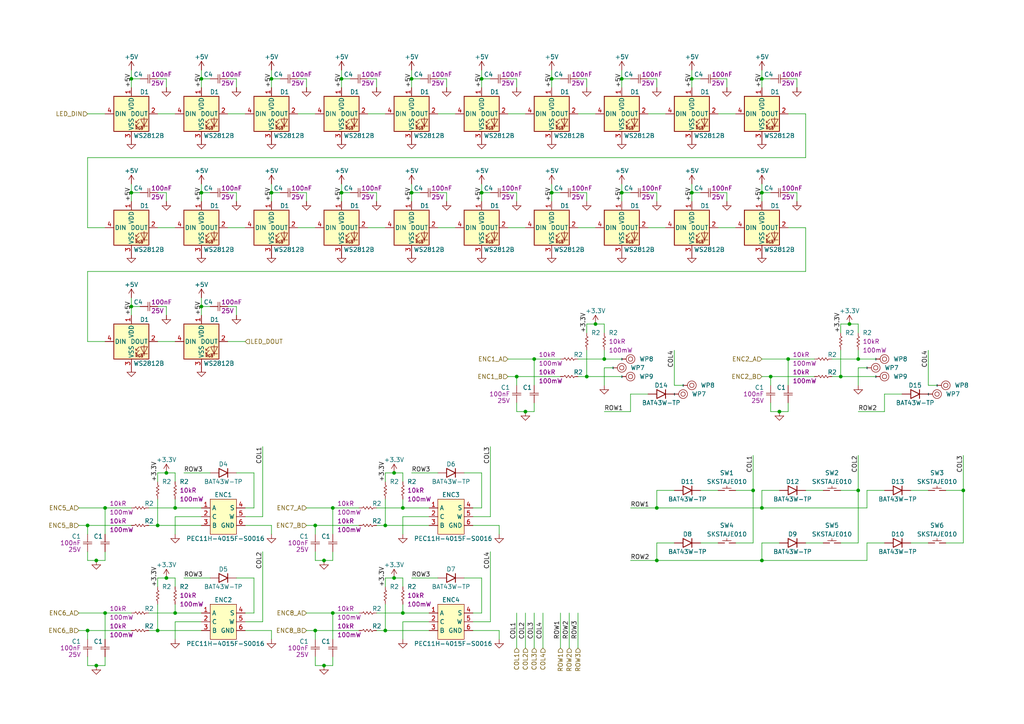
<source format=kicad_sch>
(kicad_sch (version 20230121) (generator eeschema)
  (paper "A4")
  (junction (at 190.5 147.32))
  (junction (at 111.76 152.4))
  (junction (at 160.02 22.86))
  (junction (at 93.98 162.56))
  (junction (at 279.4 142.24))
  (junction (at 114.3 167.64))
  (junction (at 111.76 182.88))
  (junction (at 139.7 55.88))
  (junction (at 27.94 162.56))
  (junction (at 50.8 147.32))
  (junction (at 243.84 109.22))
  (junction (at 220.98 55.88))
  (junction (at 114.3 137.16))
  (junction (at 45.72 182.88))
  (junction (at 175.26 104.14))
  (junction (at 119.38 22.86))
  (junction (at 58.42 55.88))
  (junction (at 172.72 93.98))
  (junction (at 78.74 55.88))
  (junction (at 50.8 177.8))
  (junction (at 45.72 152.4))
  (junction (at 91.44 152.4))
  (junction (at 30.48 177.8))
  (junction (at 220.98 162.56))
  (junction (at 38.1 88.9))
  (junction (at 180.34 22.86))
  (junction (at 48.26 137.16))
  (junction (at 25.4 182.88))
  (junction (at 223.52 109.22))
  (junction (at 170.18 109.22))
  (junction (at 190.5 162.56))
  (junction (at 160.02 55.88))
  (junction (at 58.42 88.9))
  (junction (at 248.92 142.24))
  (junction (at 149.86 109.22))
  (junction (at 200.66 55.88))
  (junction (at 119.38 55.88))
  (junction (at 27.94 193.04))
  (junction (at 139.7 22.86))
  (junction (at 200.66 22.86))
  (junction (at 96.52 147.32))
  (junction (at 78.74 22.86))
  (junction (at 116.84 147.32))
  (junction (at 38.1 55.88))
  (junction (at 218.44 142.24))
  (junction (at 38.1 22.86))
  (junction (at 99.06 55.88))
  (junction (at 58.42 22.86))
  (junction (at 48.26 167.64))
  (junction (at 154.94 104.14))
  (junction (at 248.92 104.14))
  (junction (at 25.4 152.4))
  (junction (at 152.4 119.38))
  (junction (at 220.98 22.86))
  (junction (at 30.48 147.32))
  (junction (at 246.38 93.98))
  (junction (at 226.06 119.38))
  (junction (at 116.84 177.8))
  (junction (at 180.34 55.88))
  (junction (at 93.98 193.04))
  (junction (at 91.44 182.88))
  (junction (at 96.52 177.8))
  (junction (at 220.98 147.32))
  (junction (at 99.06 22.86))
  (junction (at 228.6 104.14))
  (wire (pts (xy 119.38 53.34) (xy 119.38 55.88)))
  (wire (pts (xy 154.94 104.14) (xy 162.56 104.14)))
  (wire (pts (xy 58.42 55.88) (xy 60.96 55.88)))
  (wire (pts (xy 154.94 111.76) (xy 154.94 104.14)))
  (wire (pts (xy 88.9 152.4) (xy 91.44 152.4)))
  (wire (pts (xy 45.72 66.04) (xy 50.8 66.04)))
  (wire (pts (xy 180.34 20.32) (xy 180.34 22.86)))
  (wire (pts (xy 38.1 22.86) (xy 38.1 25.4)))
  (wire (pts (xy 220.98 109.22) (xy 223.52 109.22)))
  (wire (pts (xy 88.9 147.32) (xy 96.52 147.32)))
  (wire (pts (xy 200.66 55.88) (xy 200.66 58.42)))
  (wire (pts (xy 241.3 104.14) (xy 248.92 104.14)))
  (wire (pts (xy 116.84 167.64) (xy 116.84 170.18)))
  (wire (pts (xy 119.38 22.86) (xy 119.38 25.4)))
  (wire (pts (xy 99.06 20.32) (xy 99.06 22.86)))
  (wire (pts (xy 170.18 96.52) (xy 170.18 93.98)))
  (wire (pts (xy 134.62 137.16) (xy 139.7 137.16)))
  (wire (pts (xy 111.76 182.88) (xy 124.46 182.88)))
  (wire (pts (xy 116.84 180.34) (xy 116.84 185.42)))
  (wire (pts (xy 114.3 167.64) (xy 116.84 167.64)))
  (wire (pts (xy 154.94 119.38) (xy 154.94 116.84)))
  (wire (pts (xy 45.72 175.26) (xy 45.72 182.88)))
  (wire (pts (xy 50.8 137.16) (xy 50.8 139.7)))
  (wire (pts (xy 256.54 157.48) (xy 251.46 157.48)))
  (wire (pts (xy 213.36 142.24) (xy 218.44 142.24)))
  (wire (pts (xy 124.46 180.34) (xy 116.84 180.34)))
  (wire (pts (xy 43.18 177.8) (xy 50.8 177.8)))
  (wire (pts (xy 58.42 22.86) (xy 58.42 25.4)))
  (wire (pts (xy 111.76 167.64) (xy 114.3 167.64)))
  (wire (pts (xy 116.84 147.32) (xy 124.46 147.32)))
  (wire (pts (xy 226.06 142.24) (xy 220.98 142.24)))
  (wire (pts (xy 187.96 66.04) (xy 193.04 66.04)))
  (wire (pts (xy 111.76 137.16) (xy 114.3 137.16)))
  (wire (pts (xy 180.34 55.88) (xy 182.88 55.88)))
  (wire (pts (xy 223.52 109.22) (xy 236.22 109.22)))
  (wire (pts (xy 50.8 175.26) (xy 50.8 177.8)))
  (wire (pts (xy 58.42 55.88) (xy 58.42 58.42)))
  (wire (pts (xy 38.1 86.36) (xy 38.1 88.9)))
  (wire (pts (xy 243.84 96.52) (xy 243.84 93.98)))
  (wire (pts (xy 139.7 137.16) (xy 139.7 147.32)))
  (wire (pts (xy 167.64 33.02) (xy 172.72 33.02)))
  (wire (pts (xy 243.84 93.98) (xy 246.38 93.98)))
  (wire (pts (xy 175.26 101.6) (xy 175.26 104.14)))
  (wire (pts (xy 50.8 144.78) (xy 50.8 147.32)))
  (wire (pts (xy 170.18 22.86) (xy 167.64 22.86)))
  (wire (pts (xy 111.76 144.78) (xy 111.76 152.4)))
  (wire (pts (xy 226.06 157.48) (xy 220.98 157.48)))
  (wire (pts (xy 76.2 149.86) (xy 71.12 149.86)))
  (wire (pts (xy 30.48 154.94) (xy 30.48 147.32)))
  (wire (pts (xy 38.1 53.34) (xy 38.1 55.88)))
  (wire (pts (xy 220.98 20.32) (xy 220.98 22.86)))
  (wire (pts (xy 175.26 104.14) (xy 180.34 104.14)))
  (wire (pts (xy 256.54 114.3) (xy 256.54 119.38)))
  (wire (pts (xy 58.42 149.86) (xy 50.8 149.86)))
  (wire (pts (xy 139.7 22.86) (xy 139.7 25.4)))
  (wire (pts (xy 106.68 66.04) (xy 111.76 66.04)))
  (wire (pts (xy 220.98 162.56) (xy 251.46 162.56)))
  (wire (pts (xy 25.4 154.94) (xy 25.4 152.4)))
  (wire (pts (xy 149.86 111.76) (xy 149.86 109.22)))
  (wire (pts (xy 119.38 55.88) (xy 121.92 55.88)))
  (wire (pts (xy 58.42 86.36) (xy 58.42 88.9)))
  (wire (pts (xy 30.48 185.42) (xy 30.48 177.8)))
  (wire (pts (xy 88.9 25.4) (xy 88.9 22.86)))
  (wire (pts (xy 45.72 167.64) (xy 48.26 167.64)))
  (wire (pts (xy 99.06 55.88) (xy 101.6 55.88)))
  (wire (pts (xy 175.26 119.38) (xy 182.88 119.38)))
  (wire (pts (xy 231.14 25.4) (xy 231.14 22.86)))
  (wire (pts (xy 25.4 185.42) (xy 25.4 182.88)))
  (wire (pts (xy 50.8 180.34) (xy 50.8 185.42)))
  (wire (pts (xy 58.42 53.34) (xy 58.42 55.88)))
  (wire (pts (xy 22.86 152.4) (xy 25.4 152.4)))
  (wire (pts (xy 116.84 144.78) (xy 116.84 147.32)))
  (wire (pts (xy 198.12 111.76) (xy 195.58 111.76)))
  (wire (pts (xy 106.68 33.02) (xy 111.76 33.02)))
  (wire (pts (xy 116.84 137.16) (xy 116.84 139.7)))
  (wire (pts (xy 76.2 160.02) (xy 76.2 180.34)))
  (wire (pts (xy 144.78 182.88) (xy 144.78 185.42)))
  (wire (pts (xy 30.48 147.32) (xy 38.1 147.32)))
  (wire (pts (xy 220.98 104.14) (xy 228.6 104.14)))
  (wire (pts (xy 53.34 167.64) (xy 60.96 167.64)))
  (wire (pts (xy 96.52 162.56) (xy 96.52 160.02)))
  (wire (pts (xy 30.48 193.04) (xy 30.48 190.5)))
  (wire (pts (xy 91.44 190.5) (xy 91.44 193.04)))
  (wire (pts (xy 68.58 137.16) (xy 73.66 137.16)))
  (wire (pts (xy 50.8 149.86) (xy 50.8 154.94)))
  (wire (pts (xy 243.84 109.22) (xy 254 109.22)))
  (wire (pts (xy 208.28 33.02) (xy 213.36 33.02)))
  (wire (pts (xy 99.06 55.88) (xy 99.06 58.42)))
  (wire (pts (xy 160.02 20.32) (xy 160.02 22.86)))
  (wire (pts (xy 228.6 119.38) (xy 228.6 116.84)))
  (wire (pts (xy 264.16 157.48) (xy 269.24 157.48)))
  (wire (pts (xy 233.68 78.74) (xy 25.4 78.74)))
  (wire (pts (xy 91.44 162.56) (xy 93.98 162.56)))
  (wire (pts (xy 147.32 104.14) (xy 154.94 104.14)))
  (wire (pts (xy 129.54 25.4) (xy 129.54 22.86)))
  (wire (pts (xy 190.5 22.86) (xy 187.96 22.86)))
  (wire (pts (xy 73.66 167.64) (xy 73.66 177.8)))
  (wire (pts (xy 22.86 147.32) (xy 30.48 147.32)))
  (wire (pts (xy 160.02 22.86) (xy 160.02 25.4)))
  (wire (pts (xy 175.26 93.98) (xy 175.26 96.52)))
  (wire (pts (xy 190.5 162.56) (xy 220.98 162.56)))
  (wire (pts (xy 220.98 147.32) (xy 251.46 147.32)))
  (wire (pts (xy 78.74 53.34) (xy 78.74 55.88)))
  (wire (pts (xy 111.76 170.18) (xy 111.76 167.64)))
  (wire (pts (xy 25.4 162.56) (xy 27.94 162.56)))
  (wire (pts (xy 99.06 53.34) (xy 99.06 55.88)))
  (wire (pts (xy 96.52 185.42) (xy 96.52 177.8)))
  (wire (pts (xy 58.42 20.32) (xy 58.42 22.86)))
  (wire (pts (xy 45.72 170.18) (xy 45.72 167.64)))
  (wire (pts (xy 129.54 55.88) (xy 127 55.88)))
  (wire (pts (xy 58.42 22.86) (xy 60.96 22.86)))
  (wire (pts (xy 190.5 55.88) (xy 187.96 55.88)))
  (wire (pts (xy 142.24 129.54) (xy 142.24 149.86)))
  (wire (pts (xy 248.92 119.38) (xy 256.54 119.38)))
  (wire (pts (xy 50.8 147.32) (xy 58.42 147.32)))
  (wire (pts (xy 86.36 66.04) (xy 91.44 66.04)))
  (wire (pts (xy 45.72 152.4) (xy 58.42 152.4)))
  (wire (pts (xy 248.92 132.08) (xy 248.92 142.24)))
  (wire (pts (xy 172.72 93.98) (xy 175.26 93.98)))
  (wire (pts (xy 228.6 66.04) (xy 233.68 66.04)))
  (wire (pts (xy 68.58 25.4) (xy 68.58 22.86)))
  (wire (pts (xy 195.58 157.48) (xy 190.5 157.48)))
  (wire (pts (xy 180.34 53.34) (xy 180.34 55.88)))
  (wire (pts (xy 139.7 55.88) (xy 142.24 55.88)))
  (wire (pts (xy 50.8 180.34) (xy 58.42 180.34)))
  (wire (pts (xy 251.46 106.68) (xy 248.92 106.68)))
  (wire (pts (xy 48.26 91.44) (xy 48.26 88.9)))
  (wire (pts (xy 109.22 152.4) (xy 111.76 152.4)))
  (wire (pts (xy 142.24 160.02) (xy 142.24 180.34)))
  (wire (pts (xy 220.98 157.48) (xy 220.98 162.56)))
  (wire (pts (xy 78.74 22.86) (xy 81.28 22.86)))
  (wire (pts (xy 119.38 55.88) (xy 119.38 58.42)))
  (wire (pts (xy 38.1 20.32) (xy 38.1 22.86)))
  (wire (pts (xy 99.06 22.86) (xy 101.6 22.86)))
  (wire (pts (xy 246.38 93.98) (xy 248.92 93.98)))
  (wire (pts (xy 38.1 88.9) (xy 40.64 88.9)))
  (wire (pts (xy 124.46 149.86) (xy 116.84 149.86)))
  (wire (pts (xy 243.84 157.48) (xy 248.92 157.48)))
  (wire (pts (xy 25.4 190.5) (xy 25.4 193.04)))
  (wire (pts (xy 231.14 22.86) (xy 228.6 22.86)))
  (wire (pts (xy 200.66 53.34) (xy 200.66 55.88)))
  (wire (pts (xy 142.24 180.34) (xy 137.16 180.34)))
  (wire (pts (xy 182.88 147.32) (xy 190.5 147.32)))
  (wire (pts (xy 116.84 177.8) (xy 124.46 177.8)))
  (wire (pts (xy 96.52 193.04) (xy 96.52 190.5)))
  (wire (pts (xy 248.92 142.24) (xy 248.92 157.48)))
  (wire (pts (xy 144.78 152.4) (xy 144.78 154.94)))
  (wire (pts (xy 231.14 58.42) (xy 231.14 55.88)))
  (wire (pts (xy 38.1 88.9) (xy 38.1 91.44)))
  (wire (pts (xy 167.64 109.22) (xy 170.18 109.22)))
  (wire (pts (xy 147.32 109.22) (xy 149.86 109.22)))
  (wire (pts (xy 190.5 147.32) (xy 220.98 147.32)))
  (wire (pts (xy 167.64 66.04) (xy 172.72 66.04)))
  (wire (pts (xy 129.54 58.42) (xy 129.54 55.88)))
  (wire (pts (xy 66.04 99.06) (xy 71.12 99.06)))
  (wire (pts (xy 45.72 144.78) (xy 45.72 152.4)))
  (wire (pts (xy 86.36 33.02) (xy 91.44 33.02)))
  (wire (pts (xy 251.46 142.24) (xy 251.46 147.32)))
  (wire (pts (xy 25.4 160.02) (xy 25.4 162.56)))
  (wire (pts (xy 78.74 152.4) (xy 78.74 154.94)))
  (wire (pts (xy 119.38 20.32) (xy 119.38 22.86)))
  (wire (pts (xy 274.32 142.24) (xy 279.4 142.24)))
  (wire (pts (xy 233.68 142.24) (xy 238.76 142.24)))
  (wire (pts (xy 48.26 137.16) (xy 50.8 137.16)))
  (wire (pts (xy 149.86 25.4) (xy 149.86 22.86)))
  (wire (pts (xy 220.98 53.34) (xy 220.98 55.88)))
  (wire (pts (xy 220.98 22.86) (xy 223.52 22.86)))
  (wire (pts (xy 210.82 58.42) (xy 210.82 55.88)))
  (wire (pts (xy 149.86 58.42) (xy 149.86 55.88)))
  (wire (pts (xy 91.44 152.4) (xy 104.14 152.4)))
  (wire (pts (xy 91.44 160.02) (xy 91.44 162.56)))
  (wire (pts (xy 223.52 116.84) (xy 223.52 119.38)))
  (wire (pts (xy 93.98 162.56) (xy 96.52 162.56)))
  (wire (pts (xy 147.32 33.02) (xy 152.4 33.02)))
  (wire (pts (xy 137.16 182.88) (xy 144.78 182.88)))
  (wire (pts (xy 210.82 22.86) (xy 208.28 22.86)))
  (wire (pts (xy 119.38 137.16) (xy 127 137.16)))
  (wire (pts (xy 119.38 22.86) (xy 121.92 22.86)))
  (wire (pts (xy 53.34 137.16) (xy 60.96 137.16)))
  (wire (pts (xy 76.2 180.34) (xy 71.12 180.34)))
  (wire (pts (xy 111.76 175.26) (xy 111.76 182.88)))
  (wire (pts (xy 233.68 45.72) (xy 25.4 45.72)))
  (wire (pts (xy 248.92 104.14) (xy 254 104.14)))
  (wire (pts (xy 71.12 182.88) (xy 78.74 182.88)))
  (wire (pts (xy 248.92 106.68) (xy 248.92 111.76)))
  (wire (pts (xy 190.5 142.24) (xy 190.5 147.32)))
  (wire (pts (xy 48.26 58.42) (xy 48.26 55.88)))
  (wire (pts (xy 220.98 142.24) (xy 220.98 147.32)))
  (wire (pts (xy 149.86 22.86) (xy 147.32 22.86)))
  (wire (pts (xy 25.4 78.74) (xy 25.4 99.06)))
  (wire (pts (xy 167.64 104.14) (xy 175.26 104.14)))
  (wire (pts (xy 177.8 106.68) (xy 175.26 106.68)))
  (wire (pts (xy 50.8 177.8) (xy 58.42 177.8)))
  (wire (pts (xy 149.86 116.84) (xy 149.86 119.38)))
  (wire (pts (xy 233.68 33.02) (xy 233.68 45.72)))
  (wire (pts (xy 27.94 193.04) (xy 30.48 193.04)))
  (wire (pts (xy 71.12 152.4) (xy 78.74 152.4)))
  (wire (pts (xy 88.9 55.88) (xy 86.36 55.88)))
  (wire (pts (xy 228.6 33.02) (xy 233.68 33.02)))
  (wire (pts (xy 175.26 106.68) (xy 175.26 111.76)))
  (wire (pts (xy 109.22 55.88) (xy 106.68 55.88)))
  (wire (pts (xy 58.42 88.9) (xy 58.42 91.44)))
  (wire (pts (xy 139.7 147.32) (xy 137.16 147.32)))
  (wire (pts (xy 190.5 25.4) (xy 190.5 22.86)))
  (wire (pts (xy 182.88 162.56) (xy 190.5 162.56)))
  (wire (pts (xy 38.1 55.88) (xy 38.1 58.42)))
  (wire (pts (xy 180.34 22.86) (xy 182.88 22.86)))
  (wire (pts (xy 220.98 22.86) (xy 220.98 25.4)))
  (wire (pts (xy 78.74 182.88) (xy 78.74 185.42)))
  (wire (pts (xy 109.22 147.32) (xy 116.84 147.32)))
  (wire (pts (xy 111.76 152.4) (xy 124.46 152.4)))
  (wire (pts (xy 27.94 162.56) (xy 30.48 162.56)))
  (wire (pts (xy 22.86 182.88) (xy 25.4 182.88)))
  (wire (pts (xy 187.96 114.3) (xy 182.88 114.3)))
  (wire (pts (xy 195.58 101.6) (xy 195.58 111.76)))
  (wire (pts (xy 48.26 25.4) (xy 48.26 22.86)))
  (wire (pts (xy 200.66 20.32) (xy 200.66 22.86)))
  (wire (pts (xy 218.44 142.24) (xy 218.44 157.48)))
  (wire (pts (xy 25.4 45.72) (xy 25.4 66.04)))
  (wire (pts (xy 180.34 22.86) (xy 180.34 25.4)))
  (wire (pts (xy 200.66 22.86) (xy 203.2 22.86)))
  (wire (pts (xy 149.86 109.22) (xy 162.56 109.22)))
  (wire (pts (xy 68.58 167.64) (xy 73.66 167.64)))
  (wire (pts (xy 68.58 91.44) (xy 68.58 88.9)))
  (wire (pts (xy 149.86 119.38) (xy 152.4 119.38)))
  (wire (pts (xy 187.96 33.02) (xy 193.04 33.02)))
  (wire (pts (xy 170.18 25.4) (xy 170.18 22.86)))
  (wire (pts (xy 274.32 157.48) (xy 279.4 157.48)))
  (wire (pts (xy 170.18 55.88) (xy 167.64 55.88)))
  (wire (pts (xy 139.7 55.88) (xy 139.7 58.42)))
  (wire (pts (xy 149.86 187.96) (xy 149.86 177.8)))
  (wire (pts (xy 127 66.04) (xy 132.08 66.04)))
  (wire (pts (xy 73.66 137.16) (xy 73.66 147.32)))
  (wire (pts (xy 127 33.02) (xy 132.08 33.02)))
  (wire (pts (xy 68.58 22.86) (xy 66.04 22.86)))
  (wire (pts (xy 116.84 149.86) (xy 116.84 154.94)))
  (wire (pts (xy 88.9 58.42) (xy 88.9 55.88)))
  (wire (pts (xy 160.02 22.86) (xy 162.56 22.86)))
  (wire (pts (xy 78.74 55.88) (xy 81.28 55.88)))
  (wire (pts (xy 167.64 187.96) (xy 167.64 177.8)))
  (wire (pts (xy 25.4 33.02) (xy 30.48 33.02)))
  (wire (pts (xy 73.66 147.32) (xy 71.12 147.32)))
  (wire (pts (xy 182.88 114.3) (xy 182.88 119.38)))
  (wire (pts (xy 218.44 132.08) (xy 218.44 142.24)))
  (wire (pts (xy 43.18 182.88) (xy 45.72 182.88)))
  (wire (pts (xy 25.4 182.88) (xy 38.1 182.88)))
  (wire (pts (xy 45.72 182.88) (xy 58.42 182.88)))
  (wire (pts (xy 68.58 88.9) (xy 66.04 88.9)))
  (wire (pts (xy 139.7 53.34) (xy 139.7 55.88)))
  (wire (pts (xy 210.82 25.4) (xy 210.82 22.86)))
  (wire (pts (xy 233.68 66.04) (xy 233.68 78.74)))
  (wire (pts (xy 78.74 55.88) (xy 78.74 58.42)))
  (wire (pts (xy 96.52 147.32) (xy 104.14 147.32)))
  (wire (pts (xy 279.4 132.08) (xy 279.4 142.24)))
  (wire (pts (xy 170.18 58.42) (xy 170.18 55.88)))
  (wire (pts (xy 38.1 55.88) (xy 40.64 55.88)))
  (wire (pts (xy 210.82 55.88) (xy 208.28 55.88)))
  (wire (pts (xy 256.54 142.24) (xy 251.46 142.24)))
  (wire (pts (xy 25.4 152.4) (xy 38.1 152.4)))
  (wire (pts (xy 165.1 187.96) (xy 165.1 177.8)))
  (wire (pts (xy 162.56 187.96) (xy 162.56 177.8)))
  (wire (pts (xy 149.86 55.88) (xy 147.32 55.88)))
  (wire (pts (xy 91.44 185.42) (xy 91.44 182.88)))
  (wire (pts (xy 251.46 157.48) (xy 251.46 162.56)))
  (wire (pts (xy 190.5 157.48) (xy 190.5 162.56)))
  (wire (pts (xy 223.52 111.76) (xy 223.52 109.22)))
  (wire (pts (xy 22.86 177.8) (xy 30.48 177.8)))
  (wire (pts (xy 25.4 66.04) (xy 30.48 66.04)))
  (wire (pts (xy 48.26 88.9) (xy 45.72 88.9)))
  (wire (pts (xy 88.9 177.8) (xy 96.52 177.8)))
  (wire (pts (xy 38.1 22.86) (xy 40.64 22.86)))
  (wire (pts (xy 139.7 22.86) (xy 142.24 22.86)))
  (wire (pts (xy 139.7 20.32) (xy 139.7 22.86)))
  (wire (pts (xy 50.8 167.64) (xy 50.8 170.18)))
  (wire (pts (xy 228.6 111.76) (xy 228.6 104.14)))
  (wire (pts (xy 68.58 55.88) (xy 66.04 55.88)))
  (wire (pts (xy 43.18 152.4) (xy 45.72 152.4)))
  (wire (pts (xy 66.04 66.04) (xy 71.12 66.04)))
  (wire (pts (xy 129.54 22.86) (xy 127 22.86)))
  (wire (pts (xy 66.04 33.02) (xy 71.12 33.02)))
  (wire (pts (xy 213.36 157.48) (xy 218.44 157.48)))
  (wire (pts (xy 119.38 167.64) (xy 127 167.64)))
  (wire (pts (xy 58.42 88.9) (xy 60.96 88.9)))
  (wire (pts (xy 45.72 139.7) (xy 45.72 137.16)))
  (wire (pts (xy 261.62 114.3) (xy 256.54 114.3)))
  (wire (pts (xy 279.4 142.24) (xy 279.4 157.48)))
  (wire (pts (xy 248.92 93.98) (xy 248.92 96.52)))
  (wire (pts (xy 78.74 22.86) (xy 78.74 25.4)))
  (wire (pts (xy 68.58 58.42) (xy 68.58 55.88)))
  (wire (pts (xy 269.24 101.6) (xy 269.24 111.76)))
  (wire (pts (xy 109.22 22.86) (xy 106.68 22.86)))
  (wire (pts (xy 137.16 152.4) (xy 144.78 152.4)))
  (wire (pts (xy 195.58 142.24) (xy 190.5 142.24)))
  (wire (pts (xy 233.68 157.48) (xy 238.76 157.48)))
  (wire (pts (xy 96.52 154.94) (xy 96.52 147.32)))
  (wire (pts (xy 208.28 66.04) (xy 213.36 66.04)))
  (wire (pts (xy 220.98 55.88) (xy 220.98 58.42)))
  (wire (pts (xy 203.2 142.24) (xy 208.28 142.24)))
  (wire (pts (xy 200.66 55.88) (xy 203.2 55.88)))
  (wire (pts (xy 157.48 187.96) (xy 157.48 177.8)))
  (wire (pts (xy 78.74 20.32) (xy 78.74 22.86)))
  (wire (pts (xy 241.3 109.22) (xy 243.84 109.22)))
  (wire (pts (xy 248.92 101.6) (xy 248.92 104.14)))
  (wire (pts (xy 73.66 177.8) (xy 71.12 177.8)))
  (wire (pts (xy 271.78 111.76) (xy 269.24 111.76)))
  (wire (pts (xy 109.22 58.42) (xy 109.22 55.88)))
  (wire (pts (xy 76.2 129.54) (xy 76.2 149.86)))
  (wire (pts (xy 228.6 104.14) (xy 236.22 104.14)))
  (wire (pts (xy 109.22 25.4) (xy 109.22 22.86)))
  (wire (pts (xy 91.44 193.04) (xy 93.98 193.04)))
  (wire (pts (xy 180.34 55.88) (xy 180.34 58.42)))
  (wire (pts (xy 223.52 119.38) (xy 226.06 119.38)))
  (wire (pts (xy 170.18 101.6) (xy 170.18 109.22)))
  (wire (pts (xy 200.66 22.86) (xy 200.66 25.4)))
  (wire (pts (xy 152.4 119.38) (xy 154.94 119.38)))
  (wire (pts (xy 30.48 162.56) (xy 30.48 160.02)))
  (wire (pts (xy 45.72 99.06) (xy 50.8 99.06)))
  (wire (pts (xy 190.5 58.42) (xy 190.5 55.88)))
  (wire (pts (xy 226.06 119.38) (xy 228.6 119.38)))
  (wire (pts (xy 243.84 101.6) (xy 243.84 109.22)))
  (wire (pts (xy 88.9 22.86) (xy 86.36 22.86)))
  (wire (pts (xy 170.18 109.22) (xy 180.34 109.22)))
  (wire (pts (xy 231.14 55.88) (xy 228.6 55.88)))
  (wire (pts (xy 264.16 142.24) (xy 269.24 142.24)))
  (wire (pts (xy 139.7 177.8) (xy 137.16 177.8)))
  (wire (pts (xy 43.18 147.32) (xy 50.8 147.32)))
  (wire (pts (xy 160.02 55.88) (xy 160.02 58.42)))
  (wire (pts (xy 96.52 177.8) (xy 104.14 177.8)))
  (wire (pts (xy 154.94 187.96) (xy 154.94 177.8)))
  (wire (pts (xy 139.7 167.64) (xy 139.7 177.8)))
  (wire (pts (xy 48.26 55.88) (xy 45.72 55.88)))
  (wire (pts (xy 48.26 22.86) (xy 45.72 22.86)))
  (wire (pts (xy 25.4 193.04) (xy 27.94 193.04)))
  (wire (pts (xy 243.84 142.24) (xy 248.92 142.24)))
  (wire (pts (xy 48.26 167.64) (xy 50.8 167.64)))
  (wire (pts (xy 91.44 154.94) (xy 91.44 152.4)))
  (wire (pts (xy 114.3 137.16) (xy 116.84 137.16)))
  (wire (pts (xy 134.62 167.64) (xy 139.7 167.64)))
  (wire (pts (xy 160.02 53.34) (xy 160.02 55.88)))
  (wire (pts (xy 111.76 139.7) (xy 111.76 137.16)))
  (wire (pts (xy 109.22 182.88) (xy 111.76 182.88)))
  (wire (pts (xy 93.98 193.04) (xy 96.52 193.04)))
  (wire (pts (xy 88.9 182.88) (xy 91.44 182.88)))
  (wire (pts (xy 142.24 149.86) (xy 137.16 149.86)))
  (wire (pts (xy 30.48 177.8) (xy 38.1 177.8)))
  (wire (pts (xy 170.18 93.98) (xy 172.72 93.98)))
  (wire (pts (xy 99.06 22.86) (xy 99.06 25.4)))
  (wire (pts (xy 203.2 157.48) (xy 208.28 157.48)))
  (wire (pts (xy 152.4 187.96) (xy 152.4 177.8)))
  (wire (pts (xy 147.32 66.04) (xy 152.4 66.04)))
  (wire (pts (xy 220.98 55.88) (xy 223.52 55.88)))
  (wire (pts (xy 25.4 99.06) (xy 30.48 99.06)))
  (wire (pts (xy 116.84 175.26) (xy 116.84 177.8)))
  (wire (pts (xy 45.72 137.16) (xy 48.26 137.16)))
  (wire (pts (xy 91.44 182.88) (xy 104.14 182.88)))
  (wire (pts (xy 45.72 33.02) (xy 50.8 33.02)))
  (wire (pts (xy 109.22 177.8) (xy 116.84 177.8)))
  (wire (pts (xy 160.02 55.88) (xy 162.56 55.88)))
  (label "+3.3V" (at 111.76 139.7 90))
  (label "COL2" (at 248.92 132.08 270))
  (label "ROW1" (at 175.26 119.38 0))
  (label "+5V" (at 99.06 25.4 90))
  (label "COL2" (at 76.2 160.02 270))
  (label "+5V" (at 160.02 58.42 90))
  (label "+5V" (at 99.06 58.42 90))
  (label "+3.3V" (at 111.76 170.18 90))
  (label "COL4" (at 142.24 160.02 270))
  (label "+5V" (at 58.42 91.44 90))
  (label "+5V" (at 220.98 58.42 90))
  (label "+5V" (at 58.42 25.4 90))
  (label "+5V" (at 38.1 25.4 90))
  (label "COL4" (at 157.48 185.42 90))
  (label "ROW2" (at 165.1 185.42 90))
  (label "+5V" (at 38.1 91.44 90))
  (label "+5V" (at 119.38 25.4 90))
  (label "ROW3" (at 53.34 167.64 0))
  (label "COL1" (at 76.2 129.54 270))
  (label "COL3" (at 142.24 129.54 270))
  (label "+5V" (at 38.1 58.42 90))
  (label "ROW2" (at 248.92 119.38 0))
  (label "COL3" (at 279.4 132.08 270))
  (label "+5V" (at 119.38 58.42 90))
  (label "+5V" (at 139.7 58.42 90))
  (label "COL3" (at 154.94 185.42 90))
  (label "+3.3V" (at 170.18 96.52 90))
  (label "COL1" (at 218.44 132.08 270))
  (label "ROW1" (at 182.88 147.32 0))
  (label "+5V" (at 78.74 58.42 90))
  (label "+5V" (at 180.34 58.42 90))
  (label "+5V" (at 139.7 25.4 90))
  (label "ROW1" (at 162.56 185.42 90))
  (label "+5V" (at 180.34 25.4 90))
  (label "COL4" (at 195.58 101.6 270))
  (label "ROW3" (at 119.38 137.16 0))
  (label "COL1" (at 149.86 185.42 90))
  (label "ROW2" (at 182.88 162.56 0))
  (label "+3.3V" (at 45.72 170.18 90))
  (label "+5V" (at 200.66 58.42 90))
  (label "ROW3" (at 167.64 185.42 90))
  (label "ROW3" (at 119.38 167.64 0))
  (label "+5V" (at 160.02 25.4 90))
  (label "COL4" (at 269.24 101.6 270))
  (label "+5V" (at 78.74 25.4 90))
  (label "+5V" (at 200.66 25.4 90))
  (label "COL2" (at 152.4 185.42 90))
  (label "ROW3" (at 53.34 137.16 0))
  (label "+3.3V" (at 243.84 96.52 90))
  (label "+5V" (at 220.98 25.4 90))
  (label "+5V" (at 58.42 58.42 90))
  (label "+3.3V" (at 45.72 139.7 90))
  (hierarchical_label "ENC5_A" (shape input) (at 22.86 147.32 180))
  (hierarchical_label "ENC6_B" (shape input) (at 22.86 182.88 180))
  (hierarchical_label "ROW3" (shape input) (at 167.64 187.96 270))
  (hierarchical_label "ENC8_B" (shape input) (at 88.9 182.88 180))
  (hierarchical_label "LED_DOUT" (shape input) (at 71.12 99.06 0))
  (hierarchical_label "ENC1_A" (shape input) (at 147.32 104.14 180))
  (hierarchical_label "ENC2_A" (shape input) (at 220.98 104.14 180))
  (hierarchical_label "COL4" (shape input) (at 157.48 187.96 270))
  (hierarchical_label "COL3" (shape input) (at 154.94 187.96 270))
  (hierarchical_label "COL1" (shape input) (at 149.86 187.96 270))
  (hierarchical_label "COL2" (shape input) (at 152.4 187.96 270))
  (hierarchical_label "ENC7_A" (shape input) (at 88.9 147.32 180))
  (hierarchical_label "ENC5_B" (shape input) (at 22.86 152.4 180))
  (hierarchical_label "ROW2" (shape input) (at 165.1 187.96 270))
  (hierarchical_label "ENC1_B" (shape input) (at 147.32 109.22 180))
  (hierarchical_label "LED_DIN" (shape input) (at 25.4 33.02 180))
  (hierarchical_label "ENC7_B" (shape input) (at 88.9 152.4 180))
  (hierarchical_label "ENC2_B" (shape input) (at 220.98 109.22 180))
  (hierarchical_label "ROW1" (shape input) (at 162.56 187.96 270))
  (hierarchical_label "ENC6_A" (shape input) (at 22.86 177.8 180))
  (hierarchical_label "ENC8_A" (shape input) (at 88.9 177.8 180))
  (symbol (lib_id "POWER:LOGIC_GND") (at 180.34 40.64 0) (unit 1)
    (property "Reference" "#PWR073" (effects hide))
    (property "Value" "LOGIC_GND" (effects hide))
  )
  (symbol (lib_id "CAP-SMD-25V:100nF-CER-25V-0402") (at 83.82 55.88 90) (unit 1)
    (property "Reference" "C4" (at 79.375 54.61 90) (effects (justify right)))
    (property "Value" "100nF-CER-25V-0402" (effects hide))
    (property "Footprint" "Capacitor_SMD:C_0402_1005Metric" (effects hide))
    (property "Capacitance" "100nF" (at 84.455 54.61 90) (effects (justify right)))
    (property "Voltage" "25V" (at 84.455 57.15 90) (effects (justify right)))
    (property "Tolerance" "10%" (effects hide))
    (property "Sim.Device" "C" (effects hide))
    (property "Sim.Type" "=" (effects hide))
    (property "Sim.Params" "c=100n" (effects hide))
    (property "Sim.Pins" "1=+ 2=-" (effects hide))
    (instances (project "GT-Wheel" (path "" (reference "C4") (unit 1)) (path "" (reference "C33") (unit 1))))
  )
  (symbol (lib_id "RES-SMD-100mW:10kR-SMD-100mW-0603") (at 111.76 139.7 0) (unit 1)
    (property "Reference" "R2" (at 113.03 139.7 0) (effects (justify left)))
    (property "Value" "10kR-SMD-100mW-0603" (effects hide))
    (property "Footprint" "Resistor_SMD:R_0603_1608Metric" (effects hide))
    (property "Resistance" "10kR" (effects hide))
    (property "Power" "100mW" (effects hide))
    (property "Sim.Device" "R" (effects hide))
    (property "Sim.Type" "=" (effects hide))
    (property "Sim.Params" "r=10k" (effects hide))
    (property "Sim.Pins" "1=+ 2=-" (effects hide))
    (instances (project "GT-Wheel" (path "" (reference "R2") (unit 1)) (path "" (reference "R33") (unit 1))))
  )
  (symbol (lib_id "DIODE-SMD-SCHOTTKY:BAT43W-TP") (at 134.62 137.16 180) (unit 1)
    (property "Reference" "D6" (at 130.81 134.62 0))
    (property "Value" "BAT43W-TP" (at 130.81 139.7 0))
    (property "Footprint" "Diode_SMD:D_SOD-123" (effects hide))
    (property "Datasheet" "https://www.mccsemi.com/pdf/Products/BAT42W-BAT43W(SOD-123).pdf" (effects hide))
    (property "Sim.Enable" "0" (effects hide))
  )
  (symbol (lib_id "RES-SMD-100mW:10kR-SMD-100mW-0603") (at 162.56 109.22 90) (unit 1)
    (property "Reference" "R2" (at 166.37 107.95 90) (effects (justify right)))
    (property "Value" "10kR-SMD-100mW-0603" (effects hide))
    (property "Footprint" "Resistor_SMD:R_0603_1608Metric" (effects hide))
    (property "Resistance" "10kR" (at 156.21 107.95 90) (effects (justify right)))
    (property "Power" "100mW" (at 156.21 110.49 90) (effects (justify right)))
    (property "Sim.Device" "R" (effects hide))
    (property "Sim.Type" "=" (effects hide))
    (property "Sim.Params" "r=10k" (effects hide))
    (property "Sim.Pins" "1=+ 2=-" (effects hide))
    (instances (project "GT-Wheel" (path "" (reference "R2") (unit 1)) (path "" (reference "R8") (unit 1))))
  )
  (symbol (lib_id "WIRE-POINT:WP_24AWG") (at 180.34 109.22 270) (unit 1)
    (property "Reference" "WP9" (at 185.42 109.22 90) (effects (justify left)))
    (property "Value" "~" (at 180.34 109.22 0))
    (property "Footprint" "WIRE-POINT:WP 24AWG" (effects hide))
    (property "Sim.Enable" "0" (effects hide))
    (instances (project "GT-Wheel" (path "" (reference "WP9") (unit 1)) (path "" (reference "WP17") (unit 1))))
  )
  (symbol (lib_id "POWER:+5V") (at 180.34 20.32 0) (unit 1)
    (property "Reference" "#PWR031" (effects hide))
    (property "Value" "+5V" (at 180.34 16.51 0))
    (instances (project "GT-Wheel" (path "" (reference "#PWR031") (unit 1)) (path "" (reference "#PWR051") (unit 1))))
  )
  (symbol (lib_id "POWER:+3.3V") (at 114.3 167.64 0) (unit 1)
    (property "Reference" "#PWR08" (effects hide))
    (property "Value" "+3.3V" (at 114.3 163.83 0))
    (instances (project "GT-Wheel" (path "" (reference "#PWR08") (unit 1)) (path "" (reference "#PWR0129") (unit 1))))
  )
  (symbol (lib_id "CAP-SMD-25V:100nF-CER-25V-0402") (at 185.42 22.86 90) (unit 1)
    (property "Reference" "C4" (at 180.975 21.59 90) (effects (justify right)))
    (property "Value" "100nF-CER-25V-0402" (effects hide))
    (property "Footprint" "Capacitor_SMD:C_0402_1005Metric" (effects hide))
    (property "Capacitance" "100nF" (at 186.055 21.59 90) (effects (justify right)))
    (property "Voltage" "25V" (at 186.055 24.13 90) (effects (justify right)))
    (property "Tolerance" "10%" (effects hide))
    (property "Sim.Device" "C" (effects hide))
    (property "Sim.Type" "=" (effects hide))
    (property "Sim.Params" "c=100n" (effects hide))
    (property "Sim.Pins" "1=+ 2=-" (effects hide))
    (instances (project "GT-Wheel" (path "" (reference "C4") (unit 1)) (path "" (reference "C28") (unit 1))))
  )
  (symbol (lib_id "POWER:LOGIC_GND") (at 38.1 40.64 0) (unit 1)
    (property "Reference" "#PWR096" (effects hide))
    (property "Value" "LOGIC_GND" (effects hide))
  )
  (symbol (lib_id "LED:WS2812B") (at 38.1 99.06 0) (unit 1)
    (property "Reference" "D1" (at 41.91 92.71 0))
    (property "Value" "WS2812B" (at 43.18 105.41 0))
    (property "Footprint" "LED_SMD:LED_WS2812B_PLCC4_5.0x5.0mm_P3.2mm" (effects hide))
    (property "Datasheet" "https://cdn-shop.adafruit.com/datasheets/WS2812B.pdf" (effects hide))
    (instances (project "GT-Wheel" (path "" (reference "D1") (unit 1)) (path "" (reference "LED21") (unit 1))))
  )
  (symbol (lib_id "DIODE-SMD-SCHOTTKY:BAT43W-TP") (at 68.58 167.64 180) (unit 1)
    (property "Reference" "D5" (at 64.77 165.1 0))
    (property "Value" "BAT43W-TP" (at 64.77 170.18 0))
    (property "Footprint" "Diode_SMD:D_SOD-123" (effects hide))
    (property "Datasheet" "https://www.mccsemi.com/pdf/Products/BAT42W-BAT43W(SOD-123).pdf" (effects hide))
    (property "Sim.Enable" "0" (effects hide))
  )
  (symbol (lib_id "WIRE-POINT:WP_24AWG") (at 251.46 106.68 270) (unit 1)
    (property "Reference" "WP7" (at 256.54 106.68 90) (effects (justify left)))
    (property "Value" "~" (at 251.46 106.68 0))
    (property "Footprint" "WIRE-POINT:WP 24AWG" (effects hide))
    (property "Sim.Enable" "0" (effects hide))
    (instances (project "GT-Wheel" (path "" (reference "WP7") (unit 1)) (path "" (reference "WP18") (unit 1))))
  )
  (symbol (lib_id "POWER:+5V") (at 160.02 20.32 0) (unit 1)
    (property "Reference" "#PWR031" (effects hide))
    (property "Value" "+5V" (at 160.02 16.51 0))
    (instances (project "GT-Wheel" (path "" (reference "#PWR031") (unit 1)) (path "" (reference "#PWR048") (unit 1))))
  )
  (symbol (lib_id "LED:WS2812B") (at 139.7 66.04 0) (unit 1)
    (property "Reference" "D1" (at 143.51 59.69 0))
    (property "Value" "WS2812B" (at 144.78 72.39 0))
    (property "Footprint" "LED_SMD:LED_WS2812B_PLCC4_5.0x5.0mm_P3.2mm" (effects hide))
    (property "Datasheet" "https://cdn-shop.adafruit.com/datasheets/WS2812B.pdf" (effects hide))
    (instances (project "GT-Wheel" (path "" (reference "D1") (unit 1)) (path "" (reference "LED16") (unit 1))))
  )
  (symbol (lib_id "RES-SMD-100mW:10kR-SMD-100mW-0603") (at 38.1 177.8 90) (unit 1)
    (property "Reference" "R2" (at 41.91 176.53 90) (effects (justify right)))
    (property "Value" "10kR-SMD-100mW-0603" (effects hide))
    (property "Footprint" "Resistor_SMD:R_0603_1608Metric" (effects hide))
    (property "Resistance" "10kR" (at 31.75 176.53 90) (effects (justify right)))
    (property "Power" "100mW" (at 31.75 179.07 90) (effects (justify right)))
    (property "Sim.Device" "R" (effects hide))
    (property "Sim.Type" "=" (effects hide))
    (property "Sim.Params" "r=10k" (effects hide))
    (property "Sim.Pins" "1=+ 2=-" (effects hide))
    (instances (project "GT-Wheel" (path "" (reference "R2") (unit 1)) (path "" (reference "R25") (unit 1))))
  )
  (symbol (lib_id "CAP-SMD-25V:100nF-CER-25V-0402") (at 25.4 187.96 0) (unit 1)
    (property "Reference" "C1" (at 23.495 186.055 0) (effects (justify right)))
    (property "Value" "100nF-CER-25V-0402" (effects hide))
    (property "Footprint" "Capacitor_SMD:C_0402_1005Metric" (effects hide))
    (property "Capacitance" "100nF" (at 23.495 187.96 0) (effects (justify right)))
    (property "Voltage" "25V" (at 23.495 189.865 0) (effects (justify right)))
    (property "Tolerance" "10%" (effects hide))
    (property "Sim.Device" "C" (effects hide))
    (property "Sim.Type" "=" (effects hide))
    (property "Sim.Params" "c=100n" (effects hide))
    (property "Sim.Pins" "1=+ 2=-" (effects hide))
    (instances (project "GT-Wheel" (path "" (reference "C1") (unit 1)) (path "" (reference "C58") (unit 1))))
  )
  (symbol (lib_id "POWER:LOGIC_GND") (at 48.26 58.42 0) (unit 1)
    (property "Reference" "#PWR062" (effects hide))
    (property "Value" "LOGIC_GND" (effects hide))
  )
  (symbol (lib_id "RES-SMD-100mW:10kR-SMD-100mW-0603") (at 50.8 139.7 0) (unit 1)
    (property "Reference" "R2" (at 52.07 139.7 0) (effects (justify left)))
    (property "Value" "10kR-SMD-100mW-0603" (effects hide))
    (property "Footprint" "Resistor_SMD:R_0603_1608Metric" (effects hide))
    (property "Resistance" "10kR" (at 52.07 142.24 0) (effects (justify left)))
    (property "Power" "100mW" (at 52.07 144.78 0) (effects (justify left)))
    (property "Sim.Device" "R" (effects hide))
    (property "Sim.Type" "=" (effects hide))
    (property "Sim.Params" "r=10k" (effects hide))
    (property "Sim.Pins" "1=+ 2=-" (effects hide))
    (instances (project "GT-Wheel" (path "" (reference "R2") (unit 1)) (path "" (reference "R24") (unit 1))))
  )
  (symbol (lib_id "POWER:LOGIC_GND") (at 38.1 106.68 0) (unit 1)
    (property "Reference" "#PWR018" (effects hide))
    (property "Value" "LOGIC_GND" (effects hide))
  )
  (symbol (lib_id "RES-SMD-100mW:10kR-SMD-100mW-0603") (at 38.1 147.32 90) (unit 1)
    (property "Reference" "R2" (at 41.91 146.05 90) (effects (justify right)))
    (property "Value" "10kR-SMD-100mW-0603" (effects hide))
    (property "Footprint" "Resistor_SMD:R_0603_1608Metric" (effects hide))
    (property "Resistance" "10kR" (at 31.75 146.05 90) (effects (justify right)))
    (property "Power" "100mW" (at 31.75 148.59 90) (effects (justify right)))
    (property "Sim.Device" "R" (effects hide))
    (property "Sim.Type" "=" (effects hide))
    (property "Sim.Params" "r=10k" (effects hide))
    (property "Sim.Pins" "1=+ 2=-" (effects hide))
    (instances (project "GT-Wheel" (path "" (reference "R2") (unit 1)) (path "" (reference "R21") (unit 1))))
  )
  (symbol (lib_id "POWER:LOGIC_GND") (at 160.02 73.66 0) (unit 1)
    (property "Reference" "#PWR055" (effects hide))
    (property "Value" "LOGIC_GND" (effects hide))
  )
  (symbol (lib_id "POWER:LOGIC_GND") (at 144.78 154.94 0) (unit 1)
    (property "Reference" "#PWR0132" (effects hide))
    (property "Value" "LOGIC_GND" (effects hide))
  )
  (symbol (lib_id "LED:WS2812B") (at 220.98 66.04 0) (unit 1)
    (property "Reference" "D1" (at 224.79 59.69 0))
    (property "Value" "WS2812B" (at 226.06 72.39 0))
    (property "Footprint" "LED_SMD:LED_WS2812B_PLCC4_5.0x5.0mm_P3.2mm" (effects hide))
    (property "Datasheet" "https://cdn-shop.adafruit.com/datasheets/WS2812B.pdf" (effects hide))
    (instances (project "GT-Wheel" (path "" (reference "D1") (unit 1)) (path "" (reference "LED20") (unit 1))))
  )
  (symbol (lib_id "POWER:LOGIC_GND") (at 48.26 25.4 0) (unit 1)
    (property "Reference" "#PWR019" (effects hide))
    (property "Value" "LOGIC_GND" (effects hide))
  )
  (symbol (lib_id "POWER:LOGIC_GND") (at 220.98 73.66 0) (unit 1)
    (property "Reference" "#PWR064" (effects hide))
    (property "Value" "LOGIC_GND" (effects hide))
  )
  (symbol (lib_id "DIODE-SMD-SCHOTTKY:BAT43W-TP") (at 203.2 157.48 180) (unit 1)
    (property "Reference" "D8" (at 199.39 154.94 0))
    (property "Value" "BAT43W-TP" (at 199.39 160.02 0))
    (property "Footprint" "Diode_SMD:D_SOD-123" (effects hide))
    (property "Datasheet" "https://www.mccsemi.com/pdf/Products/BAT42W-BAT43W(SOD-123).pdf" (effects hide))
    (property "Sim.Enable" "0" (effects hide))
  )
  (symbol (lib_id "CAP-SMD-25V:100nF-CER-25V-0402") (at 104.14 55.88 90) (unit 1)
    (property "Reference" "C4" (at 99.695 54.61 90) (effects (justify right)))
    (property "Value" "100nF-CER-25V-0402" (effects hide))
    (property "Footprint" "Capacitor_SMD:C_0402_1005Metric" (effects hide))
    (property "Capacitance" "100nF" (at 104.775 54.61 90) (effects (justify right)))
    (property "Voltage" "25V" (at 104.775 57.15 90) (effects (justify right)))
    (property "Tolerance" "10%" (effects hide))
    (property "Sim.Device" "C" (effects hide))
    (property "Sim.Type" "=" (effects hide))
    (property "Sim.Params" "c=100n" (effects hide))
    (property "Sim.Pins" "1=+ 2=-" (effects hide))
    (instances (project "GT-Wheel" (path "" (reference "C4") (unit 1)) (path "" (reference "C34") (unit 1))))
  )
  (symbol (lib_id "POWER:LOGIC_GND") (at 88.9 25.4 0) (unit 1)
    (property "Reference" "#PWR038" (effects hide))
    (property "Value" "LOGIC_GND" (effects hide))
  )
  (symbol (lib_id "SWITCH-THT-ENC:PEC11H-4015F-S0016") (at 58.42 177.8 0) (unit 1)
    (property "Reference" "ENC2" (at 64.77 173.99 0))
    (property "Value" "PEC11H-4015F-S0016" (at 65.405 186.69 0))
    (property "Footprint" "SWITCH-THT-ENC:PEC11H-4015F-S0016" (effects hide))
    (property "Datasheet" "https://www.mouser.ca/datasheet/2/54/pec11h-1879218.pdf" (effects hide))
  )
  (symbol (lib_name "PEC11H-4015F-S0016_1") (lib_id "SWITCH-THT-ENC:PEC11H-4015F-S0016") (at 58.42 147.32 0) (unit 1)
    (property "Reference" "ENC1" (at 64.77 143.51 0))
    (property "Value" "PEC11H-4015F-S0016" (at 65.405 156.21 0))
    (property "Footprint" "SWITCH-THT-ENC:PEC11H-4015F-S0016" (effects hide))
    (property "Datasheet" "https://www.mouser.ca/datasheet/2/54/pec11h-1879218.pdf" (effects hide))
  )
  (symbol (lib_id "DIODE-SMD-SCHOTTKY:BAT43W-TP") (at 233.68 157.48 180) (unit 1)
    (property "Reference" "D9" (at 229.87 154.94 0))
    (property "Value" "BAT43W-TP" (at 229.87 160.02 0))
    (property "Footprint" "Diode_SMD:D_SOD-123" (effects hide))
    (property "Datasheet" "https://www.mccsemi.com/pdf/Products/BAT42W-BAT43W(SOD-123).pdf" (effects hide))
    (property "Sim.Enable" "0" (effects hide))
  )
  (symbol (lib_id "CAP-SMD-25V:100nF-CER-25V-0402") (at 30.48 187.96 0) (unit 1)
    (property "Reference" "C1" (at 29.845 186.055 0) (effects (justify right)))
    (property "Value" "100nF-CER-25V-0402" (effects hide))
    (property "Footprint" "Capacitor_SMD:C_0402_1005Metric" (effects hide))
    (property "Capacitance" "100nF" (effects hide))
    (property "Voltage" "25V" (effects hide))
    (property "Tolerance" "10%" (effects hide))
    (property "Sim.Device" "C" (effects hide))
    (property "Sim.Type" "=" (effects hide))
    (property "Sim.Params" "c=100n" (effects hide))
    (property "Sim.Pins" "1=+ 2=-" (effects hide))
    (instances (project "GT-Wheel" (path "" (reference "C1") (unit 1)) (path "" (reference "C59") (unit 1))))
  )
  (symbol (lib_id "POWER:LOGIC_GND") (at 139.7 40.64 0) (unit 1)
    (property "Reference" "#PWR079" (effects hide))
    (property "Value" "LOGIC_GND" (effects hide))
  )
  (symbol (lib_id "WIRE-POINT:WP_24AWG") (at 198.12 111.76 270) (unit 1)
    (property "Reference" "WP8" (at 203.2 111.76 90) (effects (justify left)))
    (property "Value" "~" (at 198.12 111.76 0))
    (property "Footprint" "WIRE-POINT:WP 24AWG" (effects hide))
    (property "Sim.Enable" "0" (effects hide))
    (instances (project "GT-Wheel" (path "" (reference "WP8") (unit 1)) (path "" (reference "WP14") (unit 1))))
  )
  (symbol (lib_id "POWER:LOGIC_GND") (at 175.26 111.76 0) (unit 1)
    (property "Reference" "#PWR094" (effects hide))
    (property "Value" "LOGIC_GND" (effects hide))
  )
  (symbol (lib_id "POWER:LOGIC_GND") (at 99.06 40.64 0) (unit 1)
    (property "Reference" "#PWR085" (effects hide))
    (property "Value" "LOGIC_GND" (effects hide))
  )
  (symbol (lib_id "CAP-SMD-25V:100nF-CER-25V-0402") (at 30.48 157.48 0) (unit 1)
    (property "Reference" "C1" (at 29.845 155.575 0) (effects (justify right)))
    (property "Value" "100nF-CER-25V-0402" (effects hide))
    (property "Footprint" "Capacitor_SMD:C_0402_1005Metric" (effects hide))
    (property "Capacitance" "100nF" (effects hide))
    (property "Voltage" "25V" (effects hide))
    (property "Tolerance" "10%" (effects hide))
    (property "Sim.Device" "C" (effects hide))
    (property "Sim.Type" "=" (effects hide))
    (property "Sim.Params" "c=100n" (effects hide))
    (property "Sim.Pins" "1=+ 2=-" (effects hide))
    (instances (project "GT-Wheel" (path "" (reference "C1") (unit 1)) (path "" (reference "C57") (unit 1))))
  )
  (symbol (lib_id "RES-SMD-100mW:10kR-SMD-100mW-0603") (at 45.72 139.7 0) (unit 1)
    (property "Reference" "R2" (at 46.99 139.7 0) (effects (justify left)))
    (property "Value" "10kR-SMD-100mW-0603" (effects hide))
    (property "Footprint" "Resistor_SMD:R_0603_1608Metric" (effects hide))
    (property "Resistance" "10kR" (effects hide))
    (property "Power" "100mW" (effects hide))
    (property "Sim.Device" "R" (effects hide))
    (property "Sim.Type" "=" (effects hide))
    (property "Sim.Params" "r=10k" (effects hide))
    (property "Sim.Pins" "1=+ 2=-" (effects hide))
    (instances (project "GT-Wheel" (path "" (reference "R2") (unit 1)) (path "" (reference "R23") (unit 1))))
  )
  (symbol (lib_id "POWER:LOGIC_GND") (at 27.94 162.56 0) (unit 1)
    (property "Reference" "#PWR0118" (effects hide))
    (property "Value" "LOGIC_GND" (effects hide))
  )
  (symbol (lib_id "POWER:LOGIC_GND") (at 149.86 25.4 0) (unit 1)
    (property "Reference" "#PWR047" (effects hide))
    (property "Value" "LOGIC_GND" (effects hide))
  )
  (symbol (lib_id "LED:WS2812B") (at 99.06 33.02 0) (unit 1)
    (property "Reference" "D1" (at 102.87 26.67 0))
    (property "Value" "WS2812B" (at 104.14 39.37 0))
    (property "Footprint" "LED_SMD:LED_WS2812B_PLCC4_5.0x5.0mm_P3.2mm" (effects hide))
    (property "Datasheet" "https://cdn-shop.adafruit.com/datasheets/WS2812B.pdf" (effects hide))
    (instances (project "GT-Wheel" (path "" (reference "D1") (unit 1)) (path "" (reference "LED4") (unit 1))))
  )
  (symbol (lib_id "POWER:+5V") (at 38.1 53.34 0) (unit 1)
    (property "Reference" "#PWR031" (effects hide))
    (property "Value" "+5V" (at 38.1 49.53 0))
    (instances (project "GT-Wheel" (path "" (reference "#PWR031") (unit 1)) (path "" (reference "#PWR087") (unit 1))))
  )
  (symbol (lib_id "POWER:LOGIC_GND") (at 93.98 193.04 0) (unit 1)
    (property "Reference" "#PWR0127" (effects hide))
    (property "Value" "LOGIC_GND" (effects hide))
  )
  (symbol (lib_id "POWER:LOGIC_GND") (at 231.14 58.42 0) (unit 1)
    (property "Reference" "#PWR089" (effects hide))
    (property "Value" "LOGIC_GND" (effects hide))
  )
  (symbol (lib_id "CAP-SMD-25V:100nF-CER-25V-0402") (at 165.1 55.88 90) (unit 1)
    (property "Reference" "C4" (at 160.655 54.61 90) (effects (justify right)))
    (property "Value" "100nF-CER-25V-0402" (effects hide))
    (property "Footprint" "Capacitor_SMD:C_0402_1005Metric" (effects hide))
    (property "Capacitance" "100nF" (at 165.735 54.61 90) (effects (justify right)))
    (property "Voltage" "25V" (at 165.735 57.15 90) (effects (justify right)))
    (property "Tolerance" "10%" (effects hide))
    (property "Sim.Device" "C" (effects hide))
    (property "Sim.Type" "=" (effects hide))
    (property "Sim.Params" "c=100n" (effects hide))
    (property "Sim.Pins" "1=+ 2=-" (effects hide))
    (instances (project "GT-Wheel" (path "" (reference "C4") (unit 1)) (path "" (reference "C37") (unit 1))))
  )
  (symbol (lib_id "POWER:+5V") (at 38.1 20.32 0) (unit 1)
    (property "Reference" "#PWR031" (effects hide))
    (property "Value" "+5V" (at 38.1 16.51 0))
    (instances (project "GT-Wheel" (path "" (reference "#PWR031") (unit 1)) (path "" (reference "#PWR017") (unit 1))))
  )
  (symbol (lib_id "CAP-SMD-25V:100nF-CER-25V-0402") (at 63.5 22.86 90) (unit 1)
    (property "Reference" "C4" (at 59.055 21.59 90) (effects (justify right)))
    (property "Value" "100nF-CER-25V-0402" (effects hide))
    (property "Footprint" "Capacitor_SMD:C_0402_1005Metric" (effects hide))
    (property "Capacitance" "100nF" (at 64.135 21.59 90) (effects (justify right)))
    (property "Voltage" "25V" (at 64.135 24.13 90) (effects (justify right)))
    (property "Tolerance" "10%" (effects hide))
    (property "Sim.Device" "C" (effects hide))
    (property "Sim.Type" "=" (effects hide))
    (property "Sim.Params" "c=100n" (effects hide))
    (property "Sim.Pins" "1=+ 2=-" (effects hide))
    (instances (project "GT-Wheel" (path "" (reference "C4") (unit 1)) (path "" (reference "C22") (unit 1))))
  )
  (symbol (lib_id "POWER:LOGIC_GND") (at 99.06 73.66 0) (unit 1)
    (property "Reference" "#PWR046" (effects hide))
    (property "Value" "LOGIC_GND" (effects hide))
  )
  (symbol (lib_id "CAP-SMD-25V:100nF-CER-25V-0402") (at 63.5 88.9 90) (unit 1)
    (property "Reference" "C4" (at 59.055 87.63 90) (effects (justify right)))
    (property "Value" "100nF-CER-25V-0402" (effects hide))
    (property "Footprint" "Capacitor_SMD:C_0402_1005Metric" (effects hide))
    (property "Capacitance" "100nF" (at 64.135 87.63 90) (effects (justify right)))
    (property "Voltage" "25V" (at 64.135 90.17 90) (effects (justify right)))
    (property "Tolerance" "10%" (effects hide))
    (property "Sim.Device" "C" (effects hide))
    (property "Sim.Type" "=" (effects hide))
    (property "Sim.Params" "c=100n" (effects hide))
    (property "Sim.Pins" "1=+ 2=-" (effects hide))
    (instances (project "GT-Wheel" (path "" (reference "C4") (unit 1)) (path "" (reference "C42") (unit 1))))
  )
  (symbol (lib_id "POWER:+5V") (at 220.98 20.32 0) (unit 1)
    (property "Reference" "#PWR031" (effects hide))
    (property "Value" "+5V" (at 220.98 16.51 0))
    (instances (project "GT-Wheel" (path "" (reference "#PWR031") (unit 1)) (path "" (reference "#PWR057") (unit 1))))
  )
  (symbol (lib_id "CAP-SMD-25V:100nF-CER-25V-0402") (at 124.46 22.86 90) (unit 1)
    (property "Reference" "C4" (at 120.015 21.59 90) (effects (justify right)))
    (property "Value" "100nF-CER-25V-0402" (effects hide))
    (property "Footprint" "Capacitor_SMD:C_0402_1005Metric" (effects hide))
    (property "Capacitance" "100nF" (at 125.095 21.59 90) (effects (justify right)))
    (property "Voltage" "25V" (at 125.095 24.13 90) (effects (justify right)))
    (property "Tolerance" "10%" (effects hide))
    (property "Sim.Device" "C" (effects hide))
    (property "Sim.Type" "=" (effects hide))
    (property "Sim.Params" "c=100n" (effects hide))
    (property "Sim.Pins" "1=+ 2=-" (effects hide))
    (instances (project "GT-Wheel" (path "" (reference "C4") (unit 1)) (path "" (reference "C25") (unit 1))))
  )
  (symbol (lib_id "POWER:LOGIC_GND") (at 220.98 40.64 0) (unit 1)
    (property "Reference" "#PWR067" (effects hide))
    (property "Value" "LOGIC_GND" (effects hide))
  )
  (symbol (lib_id "DIODE-SMD-SCHOTTKY:BAT43W-TP") (at 269.24 114.3 180) (unit 1)
    (property "Reference" "D15" (at 265.43 111.76 0))
    (property "Value" "BAT43W-TP" (at 265.43 116.84 0))
    (property "Footprint" "Diode_SMD:D_SOD-123" (effects hide))
    (property "Datasheet" "https://www.mccsemi.com/pdf/Products/BAT42W-BAT43W(SOD-123).pdf" (effects hide))
    (property "Sim.Enable" "0" (effects hide))
  )
  (symbol (lib_id "POWER:LOGIC_GND") (at 231.14 25.4 0) (unit 1)
    (property "Reference" "#PWR059" (effects hide))
    (property "Value" "LOGIC_GND" (effects hide))
  )
  (symbol (lib_id "POWER:LOGIC_GND") (at 149.86 58.42 0) (unit 1)
    (property "Reference" "#PWR077" (effects hide))
    (property "Value" "LOGIC_GND" (effects hide))
  )
  (symbol (lib_id "SWITCH-SMD-TACTILE:SKSTAJE010") (at 269.24 157.48 0) (unit 1)
    (property "Reference" "SW6" (at 271.78 152.4 0))
    (property "Value" "SKSTAJE010" (at 271.78 154.94 0))
    (property "Footprint" "SWITCH-SMD-TACTILE:SKSTAJE010" (effects hide))
    (property "Sim.Enable" "0" (effects hide))
  )
  (symbol (lib_id "POWER:LOGIC_GND") (at 170.18 58.42 0) (unit 1)
    (property "Reference" "#PWR080" (effects hide))
    (property "Value" "LOGIC_GND" (effects hide))
  )
  (symbol (lib_id "POWER:+5V") (at 139.7 53.34 0) (unit 1)
    (property "Reference" "#PWR031" (effects hide))
    (property "Value" "+5V" (at 139.7 49.53 0))
    (instances (project "GT-Wheel" (path "" (reference "#PWR031") (unit 1)) (path "" (reference "#PWR072") (unit 1))))
  )
  (symbol (lib_id "CAP-SMD-25V:100nF-CER-25V-0402") (at 43.18 55.88 90) (unit 1)
    (property "Reference" "C4" (at 38.735 54.61 90) (effects (justify right)))
    (property "Value" "100nF-CER-25V-0402" (effects hide))
    (property "Footprint" "Capacitor_SMD:C_0402_1005Metric" (effects hide))
    (property "Capacitance" "100nF" (at 43.815 54.61 90) (effects (justify right)))
    (property "Voltage" "25V" (at 43.815 57.15 90) (effects (justify right)))
    (property "Tolerance" "10%" (effects hide))
    (property "Sim.Device" "C" (effects hide))
    (property "Sim.Type" "=" (effects hide))
    (property "Sim.Params" "c=100n" (effects hide))
    (property "Sim.Pins" "1=+ 2=-" (effects hide))
    (instances (project "GT-Wheel" (path "" (reference "C4") (unit 1)) (path "" (reference "C31") (unit 1))))
  )
  (symbol (lib_id "POWER:+5V") (at 78.74 20.32 0) (unit 1)
    (property "Reference" "#PWR031" (effects hide))
    (property "Value" "+5V" (at 78.74 16.51 0))
    (instances (project "GT-Wheel" (path "" (reference "#PWR031") (unit 1)) (path "" (reference "#PWR036") (unit 1))))
  )
  (symbol (lib_id "CAP-SMD-25V:100nF-CER-25V-0402") (at 205.74 55.88 90) (unit 1)
    (property "Reference" "C4" (at 201.295 54.61 90) (effects (justify right)))
    (property "Value" "100nF-CER-25V-0402" (effects hide))
    (property "Footprint" "Capacitor_SMD:C_0402_1005Metric" (effects hide))
    (property "Capacitance" "100nF" (at 206.375 54.61 90) (effects (justify right)))
    (property "Voltage" "25V" (at 206.375 57.15 90) (effects (justify right)))
    (property "Tolerance" "10%" (effects hide))
    (property "Sim.Device" "C" (effects hide))
    (property "Sim.Type" "=" (effects hide))
    (property "Sim.Params" "c=100n" (effects hide))
    (property "Sim.Pins" "1=+ 2=-" (effects hide))
    (instances (project "GT-Wheel" (path "" (reference "C4") (unit 1)) (path "" (reference "C39") (unit 1))))
  )
  (symbol (lib_id "POWER:LOGIC_GND") (at 190.5 58.42 0) (unit 1)
    (property "Reference" "#PWR083" (effects hide))
    (property "Value" "LOGIC_GND" (effects hide))
  )
  (symbol (lib_id "CAP-SMD-25V:100nF-CER-25V-0402") (at 228.6 114.3 0) (unit 1)
    (property "Reference" "C1" (at 227.965 112.395 0) (effects (justify right)))
    (property "Value" "100nF-CER-25V-0402" (effects hide))
    (property "Footprint" "Capacitor_SMD:C_0402_1005Metric" (effects hide))
    (property "Capacitance" "100nF" (effects hide))
    (property "Voltage" "25V" (effects hide))
    (property "Tolerance" "10%" (effects hide))
    (property "Sim.Device" "C" (effects hide))
    (property "Sim.Type" "=" (effects hide))
    (property "Sim.Params" "c=100n" (effects hide))
    (property "Sim.Pins" "1=+ 2=-" (effects hide))
    (instances (project "GT-Wheel" (path "" (reference "C1") (unit 1)) (path "" (reference "C46") (unit 1))))
  )
  (symbol (lib_id "LED:WS2812B") (at 139.7 33.02 0) (unit 1)
    (property "Reference" "D1" (at 143.51 26.67 0))
    (property "Value" "WS2812B" (at 144.78 39.37 0))
    (property "Footprint" "LED_SMD:LED_WS2812B_PLCC4_5.0x5.0mm_P3.2mm" (effects hide))
    (property "Datasheet" "https://cdn-shop.adafruit.com/datasheets/WS2812B.pdf" (effects hide))
    (instances (project "GT-Wheel" (path "" (reference "D1") (unit 1)) (path "" (reference "LED6") (unit 1))))
  )
  (symbol (lib_id "RES-SMD-100mW:10kR-SMD-100mW-0603") (at 243.84 96.52 0) (unit 1)
    (property "Reference" "R2" (at 245.11 96.52 0) (effects (justify left)))
    (property "Value" "10kR-SMD-100mW-0603" (effects hide))
    (property "Footprint" "Resistor_SMD:R_0603_1608Metric" (effects hide))
    (property "Resistance" "10kR" (effects hide))
    (property "Power" "100mW" (effects hide))
    (property "Sim.Device" "R" (effects hide))
    (property "Sim.Type" "=" (effects hide))
    (property "Sim.Params" "r=10k" (effects hide))
    (property "Sim.Pins" "1=+ 2=-" (effects hide))
    (instances (project "GT-Wheel" (path "" (reference "R2") (unit 1)) (path "" (reference "R11") (unit 1))))
  )
  (symbol (lib_id "POWER:LOGIC_GND") (at 78.74 154.94 0) (unit 1)
    (property "Reference" "#PWR0121" (effects hide))
    (property "Value" "LOGIC_GND" (effects hide))
  )
  (symbol (lib_id "LED:WS2812B") (at 180.34 33.02 0) (unit 1)
    (property "Reference" "D1" (at 184.15 26.67 0))
    (property "Value" "WS2812B" (at 185.42 39.37 0))
    (property "Footprint" "LED_SMD:LED_WS2812B_PLCC4_5.0x5.0mm_P3.2mm" (effects hide))
    (property "Datasheet" "https://cdn-shop.adafruit.com/datasheets/WS2812B.pdf" (effects hide))
    (instances (project "GT-Wheel" (path "" (reference "D1") (unit 1)) (path "" (reference "LED8") (unit 1))))
  )
  (symbol (lib_id "POWER:LOGIC_GND") (at 160.02 40.64 0) (unit 1)
    (property "Reference" "#PWR076" (effects hide))
    (property "Value" "LOGIC_GND" (effects hide))
  )
  (symbol (lib_id "POWER:LOGIC_GND") (at 210.82 25.4 0) (unit 1)
    (property "Reference" "#PWR056" (effects hide))
    (property "Value" "LOGIC_GND" (effects hide))
  )
  (symbol (lib_id "POWER:LOGIC_GND") (at 226.06 119.38 0) (unit 1)
    (property "Reference" "#PWR0103" (effects hide))
    (property "Value" "LOGIC_GND" (effects hide))
  )
  (symbol (lib_id "LED:WS2812B") (at 78.74 66.04 0) (unit 1)
    (property "Reference" "D1" (at 82.55 59.69 0))
    (property "Value" "WS2812B" (at 83.82 72.39 0))
    (property "Footprint" "LED_SMD:LED_WS2812B_PLCC4_5.0x5.0mm_P3.2mm" (effects hide))
    (property "Datasheet" "https://cdn-shop.adafruit.com/datasheets/WS2812B.pdf" (effects hide))
    (instances (project "GT-Wheel" (path "" (reference "D1") (unit 1)) (path "" (reference "LED13") (unit 1))))
  )
  (symbol (lib_id "SWITCH-SMD-TACTILE:SKSTAJE010") (at 208.28 157.48 0) (unit 1)
    (property "Reference" "SW4" (at 210.82 152.4 0))
    (property "Value" "SKSTAJE010" (at 210.82 154.94 0))
    (property "Footprint" "SWITCH-SMD-TACTILE:SKSTAJE010" (effects hide))
    (property "Sim.Enable" "0" (effects hide))
  )
  (symbol (lib_id "RES-SMD-100mW:10kR-SMD-100mW-0603") (at 175.26 96.52 0) (unit 1)
    (property "Reference" "R2" (at 176.53 96.52 0) (effects (justify left)))
    (property "Value" "10kR-SMD-100mW-0603" (effects hide))
    (property "Footprint" "Resistor_SMD:R_0603_1608Metric" (effects hide))
    (property "Resistance" "10kR" (at 176.53 99.06 0) (effects (justify left)))
    (property "Power" "100mW" (at 176.53 101.6 0) (effects (justify left)))
    (property "Sim.Device" "R" (effects hide))
    (property "Sim.Type" "=" (effects hide))
    (property "Sim.Params" "r=10k" (effects hide))
    (property "Sim.Pins" "1=+ 2=-" (effects hide))
    (instances (project "GT-Wheel" (path "" (reference "R2") (unit 1)) (path "" (reference "R6") (unit 1))))
  )
  (symbol (lib_id "CAP-SMD-25V:100nF-CER-25V-0402") (at 144.78 22.86 90) (unit 1)
    (property "Reference" "C4" (at 140.335 21.59 90) (effects (justify right)))
    (property "Value" "100nF-CER-25V-0402" (effects hide))
    (property "Footprint" "Capacitor_SMD:C_0402_1005Metric" (effects hide))
    (property "Capacitance" "100nF" (at 145.415 21.59 90) (effects (justify right)))
    (property "Voltage" "25V" (at 145.415 24.13 90) (effects (justify right)))
    (property "Tolerance" "10%" (effects hide))
    (property "Sim.Device" "C" (effects hide))
    (property "Sim.Type" "=" (effects hide))
    (property "Sim.Params" "c=100n" (effects hide))
    (property "Sim.Pins" "1=+ 2=-" (effects hide))
    (instances (project "GT-Wheel" (path "" (reference "C4") (unit 1)) (path "" (reference "C26") (unit 1))))
  )
  (symbol (lib_id "POWER:+5V") (at 220.98 53.34 0) (unit 1)
    (property "Reference" "#PWR031" (effects hide))
    (property "Value" "+5V" (at 220.98 49.53 0))
    (instances (project "GT-Wheel" (path "" (reference "#PWR031") (unit 1)) (path "" (reference "#PWR060") (unit 1))))
  )
  (symbol (lib_id "WIRE-POINT:WP_24AWG") (at 195.58 114.3 270) (unit 1)
    (property "Reference" "WP7" (at 200.66 114.3 90) (effects (justify left)))
    (property "Value" "~" (at 195.58 114.3 0))
    (property "Footprint" "WIRE-POINT:WP 24AWG" (effects hide))
    (property "Sim.Enable" "0" (effects hide))
    (instances (project "GT-Wheel" (path "" (reference "WP7") (unit 1)) (path "" (reference "WP13") (unit 1))))
  )
  (symbol (lib_id "POWER:LOGIC_GND") (at 50.8 185.42 0) (unit 1)
    (property "Reference" "#PWR0124" (effects hide))
    (property "Value" "LOGIC_GND" (effects hide))
  )
  (symbol (lib_id "LED:WS2812B") (at 78.74 33.02 0) (unit 1)
    (property "Reference" "D1" (at 82.55 26.67 0))
    (property "Value" "WS2812B" (at 83.82 39.37 0))
    (property "Footprint" "LED_SMD:LED_WS2812B_PLCC4_5.0x5.0mm_P3.2mm" (effects hide))
    (property "Datasheet" "https://cdn-shop.adafruit.com/datasheets/WS2812B.pdf" (effects hide))
    (instances (project "GT-Wheel" (path "" (reference "D1") (unit 1)) (path "" (reference "LED3") (unit 1))))
  )
  (symbol (lib_id "SWITCH-THT-ENC:PEC11H-4015F-S0016") (at 124.46 147.32 0) (unit 1)
    (property "Reference" "ENC3" (at 130.81 143.51 0))
    (property "Value" "PEC11H-4015F-S0016" (at 131.445 156.21 0))
    (property "Footprint" "SWITCH-THT-ENC:PEC11H-4015F-S0016" (effects hide))
    (property "Datasheet" "https://www.mouser.ca/datasheet/2/54/pec11h-1879218.pdf" (effects hide))
  )
  (symbol (lib_id "RES-SMD-100mW:10kR-SMD-100mW-0603") (at 50.8 170.18 0) (unit 1)
    (property "Reference" "R2" (at 52.07 170.18 0) (effects (justify left)))
    (property "Value" "10kR-SMD-100mW-0603" (effects hide))
    (property "Footprint" "Resistor_SMD:R_0603_1608Metric" (effects hide))
    (property "Resistance" "10kR" (at 52.07 172.72 0) (effects (justify left)))
    (property "Power" "100mW" (at 52.07 175.26 0) (effects (justify left)))
    (property "Sim.Device" "R" (effects hide))
    (property "Sim.Type" "=" (effects hide))
    (property "Sim.Params" "r=10k" (effects hide))
    (property "Sim.Pins" "1=+ 2=-" (effects hide))
    (instances (project "GT-Wheel" (path "" (reference "R2") (unit 1)) (path "" (reference "R28") (unit 1))))
  )
  (symbol (lib_id "POWER:+5V") (at 180.34 53.34 0) (unit 1)
    (property "Reference" "#PWR031" (effects hide))
    (property "Value" "+5V" (at 180.34 49.53 0))
    (instances (project "GT-Wheel" (path "" (reference "#PWR031") (unit 1)) (path "" (reference "#PWR066") (unit 1))))
  )
  (symbol (lib_id "CAP-SMD-25V:100nF-CER-25V-0402") (at 83.82 22.86 90) (unit 1)
    (property "Reference" "C4" (at 79.375 21.59 90) (effects (justify right)))
    (property "Value" "100nF-CER-25V-0402" (effects hide))
    (property "Footprint" "Capacitor_SMD:C_0402_1005Metric" (effects hide))
    (property "Capacitance" "100nF" (at 84.455 21.59 90) (effects (justify right)))
    (property "Voltage" "25V" (at 84.455 24.13 90) (effects (justify right)))
    (property "Tolerance" "10%" (effects hide))
    (property "Sim.Device" "C" (effects hide))
    (property "Sim.Type" "=" (effects hide))
    (property "Sim.Params" "c=100n" (effects hide))
    (property "Sim.Pins" "1=+ 2=-" (effects hide))
    (instances (project "GT-Wheel" (path "" (reference "C4") (unit 1)) (path "" (reference "C23") (unit 1))))
  )
  (symbol (lib_id "LED:WS2812B") (at 220.98 33.02 0) (unit 1)
    (property "Reference" "D1" (at 224.79 26.67 0))
    (property "Value" "WS2812B" (at 226.06 39.37 0))
    (property "Footprint" "LED_SMD:LED_WS2812B_PLCC4_5.0x5.0mm_P3.2mm" (effects hide))
    (property "Datasheet" "https://cdn-shop.adafruit.com/datasheets/WS2812B.pdf" (effects hide))
    (instances (project "GT-Wheel" (path "" (reference "D1") (unit 1)) (path "" (reference "LED10") (unit 1))))
  )
  (symbol (lib_id "CAP-SMD-25V:100nF-CER-25V-0402") (at 165.1 22.86 90) (unit 1)
    (property "Reference" "C4" (at 160.655 21.59 90) (effects (justify right)))
    (property "Value" "100nF-CER-25V-0402" (effects hide))
    (property "Footprint" "Capacitor_SMD:C_0402_1005Metric" (effects hide))
    (property "Capacitance" "100nF" (at 165.735 21.59 90) (effects (justify right)))
    (property "Voltage" "25V" (at 165.735 24.13 90) (effects (justify right)))
    (property "Tolerance" "10%" (effects hide))
    (property "Sim.Device" "C" (effects hide))
    (property "Sim.Type" "=" (effects hide))
    (property "Sim.Params" "c=100n" (effects hide))
    (property "Sim.Pins" "1=+ 2=-" (effects hide))
    (instances (project "GT-Wheel" (path "" (reference "C4") (unit 1)) (path "" (reference "C27") (unit 1))))
  )
  (symbol (lib_id "DIODE-SMD-SCHOTTKY:BAT43W-TP") (at 134.62 167.64 180) (unit 1)
    (property "Reference" "D7" (at 130.81 165.1 0))
    (property "Value" "BAT43W-TP" (at 130.81 170.18 0))
    (property "Footprint" "Diode_SMD:D_SOD-123" (effects hide))
    (property "Datasheet" "https://www.mccsemi.com/pdf/Products/BAT42W-BAT43W(SOD-123).pdf" (effects hide))
    (property "Sim.Enable" "0" (effects hide))
  )
  (symbol (lib_id "POWER:LOGIC_GND") (at 58.42 106.68 0) (unit 1)
    (property "Reference" "#PWR037" (effects hide))
    (property "Value" "LOGIC_GND" (effects hide))
  )
  (symbol (lib_id "LED:WS2812B") (at 58.42 99.06 0) (unit 1)
    (property "Reference" "D1" (at 62.23 92.71 0))
    (property "Value" "WS2812B" (at 63.5 105.41 0))
    (property "Footprint" "LED_SMD:LED_WS2812B_PLCC4_5.0x5.0mm_P3.2mm" (effects hide))
    (property "Datasheet" "https://cdn-shop.adafruit.com/datasheets/WS2812B.pdf" (effects hide))
    (instances (project "GT-Wheel" (path "" (reference "D1") (unit 1)) (path "" (reference "LED22") (unit 1))))
  )
  (symbol (lib_id "POWER:LOGIC_GND") (at 109.22 58.42 0) (unit 1)
    (property "Reference" "#PWR071" (effects hide))
    (property "Value" "LOGIC_GND" (effects hide))
  )
  (symbol (lib_id "POWER:LOGIC_GND") (at 50.8 154.94 0) (unit 1)
    (property "Reference" "#PWR0120" (effects hide))
    (property "Value" "LOGIC_GND" (effects hide))
  )
  (symbol (lib_id "CAP-SMD-25V:100nF-CER-25V-0402") (at 43.18 88.9 90) (unit 1)
    (property "Reference" "C4" (at 38.735 87.63 90) (effects (justify right)))
    (property "Value" "100nF-CER-25V-0402" (effects hide))
    (property "Footprint" "Capacitor_SMD:C_0402_1005Metric" (effects hide))
    (property "Capacitance" "100nF" (at 43.815 87.63 90) (effects (justify right)))
    (property "Voltage" "25V" (at 43.815 90.17 90) (effects (justify right)))
    (property "Tolerance" "10%" (effects hide))
    (property "Sim.Device" "C" (effects hide))
    (property "Sim.Type" "=" (effects hide))
    (property "Sim.Params" "c=100n" (effects hide))
    (property "Sim.Pins" "1=+ 2=-" (effects hide))
    (instances (project "GT-Wheel" (path "" (reference "C4") (unit 1)) (path "" (reference "C41") (unit 1))))
  )
  (symbol (lib_id "CAP-SMD-25V:100nF-CER-25V-0402") (at 96.52 157.48 0) (unit 1)
    (property "Reference" "C1" (at 95.885 155.575 0) (effects (justify right)))
    (property "Value" "100nF-CER-25V-0402" (effects hide))
    (property "Footprint" "Capacitor_SMD:C_0402_1005Metric" (effects hide))
    (property "Capacitance" "100nF" (effects hide))
    (property "Voltage" "25V" (effects hide))
    (property "Tolerance" "10%" (effects hide))
    (property "Sim.Device" "C" (effects hide))
    (property "Sim.Type" "=" (effects hide))
    (property "Sim.Params" "c=100n" (effects hide))
    (property "Sim.Pins" "1=+ 2=-" (effects hide))
    (instances (project "GT-Wheel" (path "" (reference "C1") (unit 1)) (path "" (reference "C62") (unit 1))))
  )
  (symbol (lib_id "WIRE-POINT:WP_24AWG") (at 254 104.14 270) (unit 1)
    (property "Reference" "WP8" (at 259.08 104.14 90) (effects (justify left)))
    (property "Value" "~" (at 254 104.14 0))
    (property "Footprint" "WIRE-POINT:WP 24AWG" (effects hide))
    (property "Sim.Enable" "0" (effects hide))
    (instances (project "GT-Wheel" (path "" (reference "WP8") (unit 1)) (path "" (reference "WP19") (unit 1))))
  )
  (symbol (lib_id "POWER:LOGIC_GND") (at 129.54 25.4 0) (unit 1)
    (property "Reference" "#PWR044" (effects hide))
    (property "Value" "LOGIC_GND" (effects hide))
  )
  (symbol (lib_id "CAP-SMD-25V:100nF-CER-25V-0402") (at 154.94 114.3 0) (unit 1)
    (property "Reference" "C1" (at 154.305 112.395 0) (effects (justify right)))
    (property "Value" "100nF-CER-25V-0402" (effects hide))
    (property "Footprint" "Capacitor_SMD:C_0402_1005Metric" (effects hide))
    (property "Capacitance" "100nF" (effects hide))
    (property "Voltage" "25V" (effects hide))
    (property "Tolerance" "10%" (effects hide))
    (property "Sim.Device" "C" (effects hide))
    (property "Sim.Type" "=" (effects hide))
    (property "Sim.Params" "c=100n" (effects hide))
    (property "Sim.Pins" "1=+ 2=-" (effects hide))
    (instances (project "GT-Wheel" (path "" (reference "C1") (unit 1)) (path "" (reference "C44") (unit 1))))
  )
  (symbol (lib_id "DIODE-SMD-SCHOTTKY:BAT43W-TP") (at 203.2 142.24 180) (unit 1)
    (property "Reference" "D11" (at 199.39 139.7 0))
    (property "Value" "BAT43W-TP" (at 199.39 144.78 0))
    (property "Footprint" "Diode_SMD:D_SOD-123" (effects hide))
    (property "Datasheet" "https://www.mccsemi.com/pdf/Products/BAT42W-BAT43W(SOD-123).pdf" (effects hide))
    (property "Sim.Enable" "0" (effects hide))
  )
  (symbol (lib_id "POWER:LOGIC_GND") (at 116.84 185.42 0) (unit 1)
    (property "Reference" "#PWR0131" (effects hide))
    (property "Value" "LOGIC_GND" (effects hide))
  )
  (symbol (lib_id "POWER:+5V") (at 99.06 53.34 0) (unit 1)
    (property "Reference" "#PWR031" (effects hide))
    (property "Value" "+5V" (at 99.06 49.53 0))
    (instances (project "GT-Wheel" (path "" (reference "#PWR031") (unit 1)) (path "" (reference "#PWR078") (unit 1))))
  )
  (symbol (lib_id "POWER:LOGIC_GND") (at 116.84 154.94 0) (unit 1)
    (property "Reference" "#PWR0130" (effects hide))
    (property "Value" "LOGIC_GND" (effects hide))
  )
  (symbol (lib_id "POWER:LOGIC_GND") (at 27.94 193.04 0) (unit 1)
    (property "Reference" "#PWR0122" (effects hide))
    (property "Value" "LOGIC_GND" (effects hide))
  )
  (symbol (lib_id "RES-SMD-100mW:10kR-SMD-100mW-0603") (at 38.1 182.88 90) (unit 1)
    (property "Reference" "R2" (at 41.91 181.61 90) (effects (justify right)))
    (property "Value" "10kR-SMD-100mW-0603" (effects hide))
    (property "Footprint" "Resistor_SMD:R_0603_1608Metric" (effects hide))
    (property "Resistance" "10kR" (at 31.75 181.61 90) (effects (justify right)))
    (property "Power" "100mW" (at 31.75 184.15 90) (effects (justify right)))
    (property "Sim.Device" "R" (effects hide))
    (property "Sim.Type" "=" (effects hide))
    (property "Sim.Params" "r=10k" (effects hide))
    (property "Sim.Pins" "1=+ 2=-" (effects hide))
    (instances (project "GT-Wheel" (path "" (reference "R2") (unit 1)) (path "" (reference "R26") (unit 1))))
  )
  (symbol (lib_id "CAP-SMD-25V:100nF-CER-25V-0402") (at 43.18 22.86 90) (unit 1)
    (property "Reference" "C4" (at 38.735 21.59 90) (effects (justify right)))
    (property "Value" "100nF-CER-25V-0402" (effects hide))
    (property "Footprint" "Capacitor_SMD:C_0402_1005Metric" (effects hide))
    (property "Capacitance" "100nF" (at 43.815 21.59 90) (effects (justify right)))
    (property "Voltage" "25V" (at 43.815 24.13 90) (effects (justify right)))
    (property "Tolerance" "10%" (effects hide))
    (property "Sim.Device" "C" (effects hide))
    (property "Sim.Type" "=" (effects hide))
    (property "Sim.Params" "c=100n" (effects hide))
    (property "Sim.Pins" "1=+ 2=-" (effects hide))
    (instances (project "GT-Wheel" (path "" (reference "C4") (unit 1)) (path "" (reference "C21") (unit 1))))
  )
  (symbol (lib_id "POWER:LOGIC_GND") (at 248.92 111.76 0) (unit 1)
    (property "Reference" "#PWR098" (effects hide))
    (property "Value" "LOGIC_GND" (effects hide))
  )
  (symbol (lib_id "RES-SMD-100mW:10kR-SMD-100mW-0603") (at 104.14 147.32 90) (unit 1)
    (property "Reference" "R2" (at 107.95 146.05 90) (effects (justify right)))
    (property "Value" "10kR-SMD-100mW-0603" (effects hide))
    (property "Footprint" "Resistor_SMD:R_0603_1608Metric" (effects hide))
    (property "Resistance" "10kR" (at 97.79 146.05 90) (effects (justify right)))
    (property "Power" "100mW" (at 97.79 148.59 90) (effects (justify right)))
    (property "Sim.Device" "R" (effects hide))
    (property "Sim.Type" "=" (effects hide))
    (property "Sim.Params" "r=10k" (effects hide))
    (property "Sim.Pins" "1=+ 2=-" (effects hide))
    (instances (project "GT-Wheel" (path "" (reference "R2") (unit 1)) (path "" (reference "R29") (unit 1))))
  )
  (symbol (lib_id "POWER:+3.3V") (at 172.72 93.98 0) (unit 1)
    (property "Reference" "#PWR08" (effects hide))
    (property "Value" "+3.3V" (at 172.72 90.17 0))
    (instances (project "GT-Wheel" (path "" (reference "#PWR08") (unit 1)) (path "" (reference "#PWR029") (unit 1))))
  )
  (symbol (lib_id "LED:WS2812B") (at 58.42 66.04 0) (unit 1)
    (property "Reference" "D1" (at 62.23 59.69 0))
    (property "Value" "WS2812B" (at 63.5 72.39 0))
    (property "Footprint" "LED_SMD:LED_WS2812B_PLCC4_5.0x5.0mm_P3.2mm" (effects hide))
    (property "Datasheet" "https://cdn-shop.adafruit.com/datasheets/WS2812B.pdf" (effects hide))
    (instances (project "GT-Wheel" (path "" (reference "D1") (unit 1)) (path "" (reference "LED12") (unit 1))))
  )
  (symbol (lib_id "RES-SMD-100mW:10kR-SMD-100mW-0603") (at 170.18 96.52 0) (unit 1)
    (property "Reference" "R2" (at 171.45 96.52 0) (effects (justify left)))
    (property "Value" "10kR-SMD-100mW-0603" (effects hide))
    (property "Footprint" "Resistor_SMD:R_0603_1608Metric" (effects hide))
    (property "Resistance" "10kR" (effects hide))
    (property "Power" "100mW" (effects hide))
    (property "Sim.Device" "R" (effects hide))
    (property "Sim.Type" "=" (effects hide))
    (property "Sim.Params" "r=10k" (effects hide))
    (property "Sim.Pins" "1=+ 2=-" (effects hide))
    (instances (project "GT-Wheel" (path "" (reference "R2") (unit 1)) (path "" (reference "R5") (unit 1))))
  )
  (symbol (lib_id "POWER:LOGIC_GND") (at 58.42 73.66 0) (unit 1)
    (property "Reference" "#PWR040" (effects hide))
    (property "Value" "LOGIC_GND" (effects hide))
  )
  (symbol (lib_id "POWER:LOGIC_GND") (at 170.18 25.4 0) (unit 1)
    (property "Reference" "#PWR050" (effects hide))
    (property "Value" "LOGIC_GND" (effects hide))
  )
  (symbol (lib_id "DIODE-SMD-SCHOTTKY:BAT43W-TP") (at 195.58 114.3 180) (unit 1)
    (property "Reference" "D14" (at 191.77 111.76 0))
    (property "Value" "BAT43W-TP" (at 191.77 116.84 0))
    (property "Footprint" "Diode_SMD:D_SOD-123" (effects hide))
    (property "Datasheet" "https://www.mccsemi.com/pdf/Products/BAT42W-BAT43W(SOD-123).pdf" (effects hide))
    (property "Sim.Enable" "0" (effects hide))
  )
  (symbol (lib_id "POWER:+5V") (at 99.06 20.32 0) (unit 1)
    (property "Reference" "#PWR031" (effects hide))
    (property "Value" "+5V" (at 99.06 16.51 0))
    (instances (project "GT-Wheel" (path "" (reference "#PWR031") (unit 1)) (path "" (reference "#PWR039") (unit 1))))
  )
  (symbol (lib_id "RES-SMD-100mW:10kR-SMD-100mW-0603") (at 236.22 104.14 90) (unit 1)
    (property "Reference" "R2" (at 240.03 102.87 90) (effects (justify right)))
    (property "Value" "10kR-SMD-100mW-0603" (effects hide))
    (property "Footprint" "Resistor_SMD:R_0603_1608Metric" (effects hide))
    (property "Resistance" "10kR" (at 229.87 102.87 90) (effects (justify right)))
    (property "Power" "100mW" (at 229.87 105.41 90) (effects (justify right)))
    (property "Sim.Device" "R" (effects hide))
    (property "Sim.Type" "=" (effects hide))
    (property "Sim.Params" "r=10k" (effects hide))
    (property "Sim.Pins" "1=+ 2=-" (effects hide))
    (instances (project "GT-Wheel" (path "" (reference "R2") (unit 1)) (path "" (reference "R9") (unit 1))))
  )
  (symbol (lib_id "CAP-SMD-25V:100nF-CER-25V-0402") (at 226.06 22.86 90) (unit 1)
    (property "Reference" "C4" (at 221.615 21.59 90) (effects (justify right)))
    (property "Value" "100nF-CER-25V-0402" (effects hide))
    (property "Footprint" "Capacitor_SMD:C_0402_1005Metric" (effects hide))
    (property "Capacitance" "100nF" (at 226.695 21.59 90) (effects (justify right)))
    (property "Voltage" "25V" (at 226.695 24.13 90) (effects (justify right)))
    (property "Tolerance" "10%" (effects hide))
    (property "Sim.Device" "C" (effects hide))
    (property "Sim.Type" "=" (effects hide))
    (property "Sim.Params" "c=100n" (effects hide))
    (property "Sim.Pins" "1=+ 2=-" (effects hide))
    (instances (project "GT-Wheel" (path "" (reference "C4") (unit 1)) (path "" (reference "C30") (unit 1))))
  )
  (symbol (lib_id "LED:WS2812B") (at 160.02 66.04 0) (unit 1)
    (property "Reference" "D1" (at 163.83 59.69 0))
    (property "Value" "WS2812B" (at 165.1 72.39 0))
    (property "Footprint" "LED_SMD:LED_WS2812B_PLCC4_5.0x5.0mm_P3.2mm" (effects hide))
    (property "Datasheet" "https://cdn-shop.adafruit.com/datasheets/WS2812B.pdf" (effects hide))
    (instances (project "GT-Wheel" (path "" (reference "D1") (unit 1)) (path "" (reference "LED17") (unit 1))))
  )
  (symbol (lib_id "POWER:LOGIC_GND") (at 119.38 40.64 0) (unit 1)
    (property "Reference" "#PWR082" (effects hide))
    (property "Value" "LOGIC_GND" (effects hide))
  )
  (symbol (lib_id "POWER:LOGIC_GND") (at 210.82 58.42 0) (unit 1)
    (property "Reference" "#PWR086" (effects hide))
    (property "Value" "LOGIC_GND" (effects hide))
  )
  (symbol (lib_id "RES-SMD-100mW:10kR-SMD-100mW-0603") (at 38.1 152.4 90) (unit 1)
    (property "Reference" "R2" (at 41.91 151.13 90) (effects (justify right)))
    (property "Value" "10kR-SMD-100mW-0603" (effects hide))
    (property "Footprint" "Resistor_SMD:R_0603_1608Metric" (effects hide))
    (property "Resistance" "10kR" (at 31.75 151.13 90) (effects (justify right)))
    (property "Power" "100mW" (at 31.75 153.67 90) (effects (justify right)))
    (property "Sim.Device" "R" (effects hide))
    (property "Sim.Type" "=" (effects hide))
    (property "Sim.Params" "r=10k" (effects hide))
    (property "Sim.Pins" "1=+ 2=-" (effects hide))
    (instances (project "GT-Wheel" (path "" (reference "R2") (unit 1)) (path "" (reference "R22") (unit 1))))
  )
  (symbol (lib_id "CAP-SMD-25V:100nF-CER-25V-0402") (at 96.52 187.96 0) (unit 1)
    (property "Reference" "C1" (at 95.885 186.055 0) (effects (justify right)))
    (property "Value" "100nF-CER-25V-0402" (effects hide))
    (property "Footprint" "Capacitor_SMD:C_0402_1005Metric" (effects hide))
    (property "Capacitance" "100nF" (effects hide))
    (property "Voltage" "25V" (effects hide))
    (property "Tolerance" "10%" (effects hide))
    (property "Sim.Device" "C" (effects hide))
    (property "Sim.Type" "=" (effects hide))
    (property "Sim.Params" "c=100n" (effects hide))
    (property "Sim.Pins" "1=+ 2=-" (effects hide))
    (instances (project "GT-Wheel" (path "" (reference "C1") (unit 1)) (path "" (reference "C63") (unit 1))))
  )
  (symbol (lib_id "POWER:+3.3V") (at 48.26 137.16 0) (unit 1)
    (property "Reference" "#PWR08" (effects hide))
    (property "Value" "+3.3V" (at 48.26 133.35 0))
    (instances (project "GT-Wheel" (path "" (reference "#PWR08") (unit 1)) (path "" (reference "#PWR0119") (unit 1))))
  )
  (symbol (lib_id "LED:WS2812B") (at 38.1 66.04 0) (unit 1)
    (property "Reference" "D1" (at 41.91 59.69 0))
    (property "Value" "WS2812B" (at 43.18 72.39 0))
    (property "Footprint" "LED_SMD:LED_WS2812B_PLCC4_5.0x5.0mm_P3.2mm" (effects hide))
    (property "Datasheet" "https://cdn-shop.adafruit.com/datasheets/WS2812B.pdf" (effects hide))
    (instances (project "GT-Wheel" (path "" (reference "D1") (unit 1)) (path "" (reference "LED11") (unit 1))))
  )
  (symbol (lib_id "POWER:LOGIC_GND") (at 68.58 58.42 0) (unit 1)
    (property "Reference" "#PWR065" (effects hide))
    (property "Value" "LOGIC_GND" (effects hide))
  )
  (symbol (lib_id "CAP-SMD-25V:100nF-CER-25V-0402") (at 91.44 187.96 0) (unit 1)
    (property "Reference" "C1" (at 89.535 186.055 0) (effects (justify right)))
    (property "Value" "100nF-CER-25V-0402" (effects hide))
    (property "Footprint" "Capacitor_SMD:C_0402_1005Metric" (effects hide))
    (property "Capacitance" "100nF" (at 89.535 187.96 0) (effects (justify right)))
    (property "Voltage" "25V" (at 89.535 189.865 0) (effects (justify right)))
    (property "Tolerance" "10%" (effects hide))
    (property "Sim.Device" "C" (effects hide))
    (property "Sim.Type" "=" (effects hide))
    (property "Sim.Params" "c=100n" (effects hide))
    (property "Sim.Pins" "1=+ 2=-" (effects hide))
    (instances (project "GT-Wheel" (path "" (reference "C1") (unit 1)) (path "" (reference "C61") (unit 1))))
  )
  (symbol (lib_id "DIODE-SMD-SCHOTTKY:BAT43W-TP") (at 233.68 142.24 180) (unit 1)
    (property "Reference" "D12" (at 229.87 139.7 0))
    (property "Value" "BAT43W-TP" (at 229.87 144.78 0))
    (property "Footprint" "Diode_SMD:D_SOD-123" (effects hide))
    (property "Datasheet" "https://www.mccsemi.com/pdf/Products/BAT42W-BAT43W(SOD-123).pdf" (effects hide))
    (property "Sim.Enable" "0" (effects hide))
  )
  (symbol (lib_id "CAP-SMD-25V:100nF-CER-25V-0402") (at 144.78 55.88 90) (unit 1)
    (property "Reference" "C4" (at 140.335 54.61 90) (effects (justify right)))
    (property "Value" "100nF-CER-25V-0402" (effects hide))
    (property "Footprint" "Capacitor_SMD:C_0402_1005Metric" (effects hide))
    (property "Capacitance" "100nF" (at 145.415 54.61 90) (effects (justify right)))
    (property "Voltage" "25V" (at 145.415 57.15 90) (effects (justify right)))
    (property "Tolerance" "10%" (effects hide))
    (property "Sim.Device" "C" (effects hide))
    (property "Sim.Type" "=" (effects hide))
    (property "Sim.Params" "c=100n" (effects hide))
    (property "Sim.Pins" "1=+ 2=-" (effects hide))
    (instances (project "GT-Wheel" (path "" (reference "C4") (unit 1)) (path "" (reference "C36") (unit 1))))
  )
  (symbol (lib_id "POWER:+5V") (at 58.42 86.36 0) (unit 1)
    (property "Reference" "#PWR031" (effects hide))
    (property "Value" "+5V" (at 58.42 82.55 0))
    (instances (project "GT-Wheel" (path "" (reference "#PWR031") (unit 1)) (path "" (reference "#PWR097") (unit 1))))
  )
  (symbol (lib_id "WIRE-POINT:WP_24AWG") (at 177.8 106.68 270) (unit 1)
    (property "Reference" "WP7" (at 182.88 106.68 90) (effects (justify left)))
    (property "Value" "~" (at 177.8 106.68 0))
    (property "Footprint" "WIRE-POINT:WP 24AWG" (effects hide))
    (property "Sim.Enable" "0" (effects hide))
    (instances (project "GT-Wheel" (path "" (reference "WP7") (unit 1)) (path "" (reference "WP15") (unit 1))))
  )
  (symbol (lib_id "POWER:LOGIC_GND") (at 38.1 73.66 0) (unit 1)
    (property "Reference" "#PWR034" (effects hide))
    (property "Value" "LOGIC_GND" (effects hide))
  )
  (symbol (lib_id "RES-SMD-100mW:10kR-SMD-100mW-0603") (at 104.14 152.4 90) (unit 1)
    (property "Reference" "R2" (at 107.95 151.13 90) (effects (justify right)))
    (property "Value" "10kR-SMD-100mW-0603" (effects hide))
    (property "Footprint" "Resistor_SMD:R_0603_1608Metric" (effects hide))
    (property "Resistance" "10kR" (at 97.79 151.13 90) (effects (justify right)))
    (property "Power" "100mW" (at 97.79 153.67 90) (effects (justify right)))
    (property "Sim.Device" "R" (effects hide))
    (property "Sim.Type" "=" (effects hide))
    (property "Sim.Params" "r=10k" (effects hide))
    (property "Sim.Pins" "1=+ 2=-" (effects hide))
    (instances (project "GT-Wheel" (path "" (reference "R2") (unit 1)) (path "" (reference "R30") (unit 1))))
  )
  (symbol (lib_id "LED:WS2812B") (at 38.1 33.02 0) (unit 1)
    (property "Reference" "D1" (at 41.91 26.67 0))
    (property "Value" "WS2812B" (at 43.18 39.37 0))
    (property "Footprint" "LED_SMD:LED_WS2812B_PLCC4_5.0x5.0mm_P3.2mm" (effects hide))
    (property "Datasheet" "https://cdn-shop.adafruit.com/datasheets/WS2812B.pdf" (effects hide))
    (instances (project "GT-Wheel" (path "" (reference "D1") (unit 1)) (path "" (reference "LED1") (unit 1))))
  )
  (symbol (lib_id "LED:WS2812B") (at 119.38 33.02 0) (unit 1)
    (property "Reference" "D1" (at 123.19 26.67 0))
    (property "Value" "WS2812B" (at 124.46 39.37 0))
    (property "Footprint" "LED_SMD:LED_WS2812B_PLCC4_5.0x5.0mm_P3.2mm" (effects hide))
    (property "Datasheet" "https://cdn-shop.adafruit.com/datasheets/WS2812B.pdf" (effects hide))
    (instances (project "GT-Wheel" (path "" (reference "D1") (unit 1)) (path "" (reference "LED5") (unit 1))))
  )
  (symbol (lib_id "POWER:+5V") (at 200.66 53.34 0) (unit 1)
    (property "Reference" "#PWR031" (effects hide))
    (property "Value" "+5V" (at 200.66 49.53 0))
    (instances (project "GT-Wheel" (path "" (reference "#PWR031") (unit 1)) (path "" (reference "#PWR063") (unit 1))))
  )
  (symbol (lib_id "CAP-SMD-25V:100nF-CER-25V-0402") (at 124.46 55.88 90) (unit 1)
    (property "Reference" "C4" (at 120.015 54.61 90) (effects (justify right)))
    (property "Value" "100nF-CER-25V-0402" (effects hide))
    (property "Footprint" "Capacitor_SMD:C_0402_1005Metric" (effects hide))
    (property "Capacitance" "100nF" (at 125.095 54.61 90) (effects (justify right)))
    (property "Voltage" "25V" (at 125.095 57.15 90) (effects (justify right)))
    (property "Tolerance" "10%" (effects hide))
    (property "Sim.Device" "C" (effects hide))
    (property "Sim.Type" "=" (effects hide))
    (property "Sim.Params" "c=100n" (effects hide))
    (property "Sim.Pins" "1=+ 2=-" (effects hide))
    (instances (project "GT-Wheel" (path "" (reference "C4") (unit 1)) (path "" (reference "C35") (unit 1))))
  )
  (symbol (lib_id "DIODE-SMD-SCHOTTKY:BAT43W-TP") (at 264.16 142.24 180) (unit 1)
    (property "Reference" "D13" (at 260.35 139.7 0))
    (property "Value" "BAT43W-TP" (at 260.35 144.78 0))
    (property "Footprint" "Diode_SMD:D_SOD-123" (effects hide))
    (property "Datasheet" "https://www.mccsemi.com/pdf/Products/BAT42W-BAT43W(SOD-123).pdf" (effects hide))
    (property "Sim.Enable" "0" (effects hide))
  )
  (symbol (lib_id "POWER:LOGIC_GND") (at 68.58 25.4 0) (unit 1)
    (property "Reference" "#PWR035" (effects hide))
    (property "Value" "LOGIC_GND" (effects hide))
  )
  (symbol (lib_id "DIODE-SMD-SCHOTTKY:BAT43W-TP") (at 264.16 157.48 180) (unit 1)
    (property "Reference" "D10" (at 260.35 154.94 0))
    (property "Value" "BAT43W-TP" (at 260.35 160.02 0))
    (property "Footprint" "Diode_SMD:D_SOD-123" (effects hide))
    (property "Datasheet" "https://www.mccsemi.com/pdf/Products/BAT42W-BAT43W(SOD-123).pdf" (effects hide))
    (property "Sim.Enable" "0" (effects hide))
  )
  (symbol (lib_id "RES-SMD-100mW:10kR-SMD-100mW-0603") (at 248.92 96.52 0) (unit 1)
    (property "Reference" "R2" (at 250.19 96.52 0) (effects (justify left)))
    (property "Value" "10kR-SMD-100mW-0603" (effects hide))
    (property "Footprint" "Resistor_SMD:R_0603_1608Metric" (effects hide))
    (property "Resistance" "10kR" (at 250.19 99.06 0) (effects (justify left)))
    (property "Power" "100mW" (at 250.19 101.6 0) (effects (justify left)))
    (property "Sim.Device" "R" (effects hide))
    (property "Sim.Type" "=" (effects hide))
    (property "Sim.Params" "r=10k" (effects hide))
    (property "Sim.Pins" "1=+ 2=-" (effects hide))
    (instances (project "GT-Wheel" (path "" (reference "R2") (unit 1)) (path "" (reference "R12") (unit 1))))
  )
  (symbol (lib_id "WIRE-POINT:WP_24AWG") (at 271.78 111.76 270) (unit 1)
    (property "Reference" "WP8" (at 276.86 111.76 90) (effects (justify left)))
    (property "Value" "~" (at 271.78 111.76 0))
    (property "Footprint" "WIRE-POINT:WP 24AWG" (effects hide))
    (property "Sim.Enable" "0" (effects hide))
    (instances (project "GT-Wheel" (path "" (reference "WP8") (unit 1)) (path "" (reference "WP22") (unit 1))))
  )
  (symbol (lib_id "POWER:LOGIC_GND") (at 58.42 40.64 0) (unit 1)
    (property "Reference" "#PWR095" (effects hide))
    (property "Value" "LOGIC_GND" (effects hide))
  )
  (symbol (lib_id "POWER:LOGIC_GND") (at 68.58 91.44 0) (unit 1)
    (property "Reference" "#PWR0106" (effects hide))
    (property "Value" "LOGIC_GND" (effects hide))
  )
  (symbol (lib_id "POWER:+5V") (at 58.42 20.32 0) (unit 1)
    (property "Reference" "#PWR031" (effects hide))
    (property "Value" "+5V" (at 58.42 16.51 0))
    (instances (project "GT-Wheel" (path "" (reference "#PWR031") (unit 1)) (path "" (reference "#PWR033") (unit 1))))
  )
  (symbol (lib_id "RES-SMD-100mW:10kR-SMD-100mW-0603") (at 116.84 139.7 0) (unit 1)
    (property "Reference" "R2" (at 118.11 139.7 0) (effects (justify left)))
    (property "Value" "10kR-SMD-100mW-0603" (effects hide))
    (property "Footprint" "Resistor_SMD:R_0603_1608Metric" (effects hide))
    (property "Resistance" "10kR" (at 118.11 142.24 0) (effects (justify left)))
    (property "Power" "100mW" (at 118.11 144.78 0) (effects (justify left)))
    (property "Sim.Device" "R" (effects hide))
    (property "Sim.Type" "=" (effects hide))
    (property "Sim.Params" "r=10k" (effects hide))
    (property "Sim.Pins" "1=+ 2=-" (effects hide))
    (instances (project "GT-Wheel" (path "" (reference "R2") (unit 1)) (path "" (reference "R35") (unit 1))))
  )
  (symbol (lib_id "CAP-SMD-25V:100nF-CER-25V-0402") (at 205.74 22.86 90) (unit 1)
    (property "Reference" "C4" (at 201.295 21.59 90) (effects (justify right)))
    (property "Value" "100nF-CER-25V-0402" (effects hide))
    (property "Footprint" "Capacitor_SMD:C_0402_1005Metric" (effects hide))
    (property "Capacitance" "100nF" (at 206.375 21.59 90) (effects (justify right)))
    (property "Voltage" "25V" (at 206.375 24.13 90) (effects (justify right)))
    (property "Tolerance" "10%" (effects hide))
    (property "Sim.Device" "C" (effects hide))
    (property "Sim.Type" "=" (effects hide))
    (property "Sim.Params" "c=100n" (effects hide))
    (property "Sim.Pins" "1=+ 2=-" (effects hide))
    (instances (project "GT-Wheel" (path "" (reference "C4") (unit 1)) (path "" (reference "C29") (unit 1))))
  )
  (symbol (lib_id "CAP-SMD-25V:100nF-CER-25V-0402") (at 185.42 55.88 90) (unit 1)
    (property "Reference" "C4" (at 180.975 54.61 90) (effects (justify right)))
    (property "Value" "100nF-CER-25V-0402" (effects hide))
    (property "Footprint" "Capacitor_SMD:C_0402_1005Metric" (effects hide))
    (property "Capacitance" "100nF" (at 186.055 54.61 90) (effects (justify right)))
    (property "Voltage" "25V" (at 186.055 57.15 90) (effects (justify right)))
    (property "Tolerance" "10%" (effects hide))
    (property "Sim.Device" "C" (effects hide))
    (property "Sim.Type" "=" (effects hide))
    (property "Sim.Params" "c=100n" (effects hide))
    (property "Sim.Pins" "1=+ 2=-" (effects hide))
    (instances (project "GT-Wheel" (path "" (reference "C4") (unit 1)) (path "" (reference "C38") (unit 1))))
  )
  (symbol (lib_id "WIRE-POINT:WP_24AWG") (at 269.24 114.3 270) (unit 1)
    (property "Reference" "WP7" (at 274.32 114.3 90) (effects (justify left)))
    (property "Value" "~" (at 269.24 114.3 0))
    (property "Footprint" "WIRE-POINT:WP 24AWG" (effects hide))
    (property "Sim.Enable" "0" (effects hide))
    (instances (project "GT-Wheel" (path "" (reference "WP7") (unit 1)) (path "" (reference "WP21") (unit 1))))
  )
  (symbol (lib_id "SWITCH-SMD-TACTILE:SKSTAJE010") (at 238.76 157.48 0) (unit 1)
    (property "Reference" "SW5" (at 241.3 152.4 0))
    (property "Value" "SKSTAJE010" (at 241.3 154.94 0))
    (property "Footprint" "SWITCH-SMD-TACTILE:SKSTAJE010" (effects hide))
    (property "Sim.Enable" "0" (effects hide))
  )
  (symbol (lib_id "POWER:LOGIC_GND") (at 129.54 58.42 0) (unit 1)
    (property "Reference" "#PWR074" (effects hide))
    (property "Value" "LOGIC_GND" (effects hide))
  )
  (symbol (lib_id "POWER:LOGIC_GND") (at 119.38 73.66 0) (unit 1)
    (property "Reference" "#PWR049" (effects hide))
    (property "Value" "LOGIC_GND" (effects hide))
  )
  (symbol (lib_id "POWER:+5V") (at 38.1 86.36 0) (unit 1)
    (property "Reference" "#PWR031" (effects hide))
    (property "Value" "+5V" (at 38.1 82.55 0))
    (instances (project "GT-Wheel" (path "" (reference "#PWR031") (unit 1)) (path "" (reference "#PWR090") (unit 1))))
  )
  (symbol (lib_id "POWER:+5V") (at 119.38 20.32 0) (unit 1)
    (property "Reference" "#PWR031" (effects hide))
    (property "Value" "+5V" (at 119.38 16.51 0))
    (instances (project "GT-Wheel" (path "" (reference "#PWR031") (unit 1)) (path "" (reference "#PWR042") (unit 1))))
  )
  (symbol (lib_id "POWER:LOGIC_GND") (at 88.9 58.42 0) (unit 1)
    (property "Reference" "#PWR068" (effects hide))
    (property "Value" "LOGIC_GND" (effects hide))
  )
  (symbol (lib_id "SWITCH-THT-ENC:PEC11H-4015F-S0016") (at 124.46 177.8 0) (unit 1)
    (property "Reference" "ENC4" (at 130.81 173.99 0))
    (property "Value" "PEC11H-4015F-S0016" (at 131.445 186.69 0))
    (property "Footprint" "SWITCH-THT-ENC:PEC11H-4015F-S0016" (effects hide))
    (property "Datasheet" "https://www.mouser.ca/datasheet/2/54/pec11h-1879218.pdf" (effects hide))
  )
  (symbol (lib_id "CAP-SMD-25V:100nF-CER-25V-0402") (at 226.06 55.88 90) (unit 1)
    (property "Reference" "C4" (at 221.615 54.61 90) (effects (justify right)))
    (property "Value" "100nF-CER-25V-0402" (effects hide))
    (property "Footprint" "Capacitor_SMD:C_0402_1005Metric" (effects hide))
    (property "Capacitance" "100nF" (at 226.695 54.61 90) (effects (justify right)))
    (property "Voltage" "25V" (at 226.695 57.15 90) (effects (justify right)))
    (property "Tolerance" "10%" (effects hide))
    (property "Sim.Device" "C" (effects hide))
    (property "Sim.Type" "=" (effects hide))
    (property "Sim.Params" "c=100n" (effects hide))
    (property "Sim.Pins" "1=+ 2=-" (effects hide))
    (instances (project "GT-Wheel" (path "" (reference "C4") (unit 1)) (path "" (reference "C40") (unit 1))))
  )
  (symbol (lib_id "SWITCH-SMD-TACTILE:SKSTAJE010") (at 269.24 142.24 0) (unit 1)
    (property "Reference" "SW3" (at 271.78 137.16 0))
    (property "Value" "SKSTAJE010" (at 271.78 139.7 0))
    (property "Footprint" "SWITCH-SMD-TACTILE:SKSTAJE010" (effects hide))
    (property "Sim.Enable" "0" (effects hide))
  )
  (symbol (lib_id "CAP-SMD-25V:100nF-CER-25V-0402") (at 104.14 22.86 90) (unit 1)
    (property "Reference" "C4" (at 99.695 21.59 90) (effects (justify right)))
    (property "Value" "100nF-CER-25V-0402" (effects hide))
    (property "Footprint" "Capacitor_SMD:C_0402_1005Metric" (effects hide))
    (property "Capacitance" "100nF" (at 104.775 21.59 90) (effects (justify right)))
    (property "Voltage" "25V" (at 104.775 24.13 90) (effects (justify right)))
    (property "Tolerance" "10%" (effects hide))
    (property "Sim.Device" "C" (effects hide))
    (property "Sim.Type" "=" (effects hide))
    (property "Sim.Params" "c=100n" (effects hide))
    (property "Sim.Pins" "1=+ 2=-" (effects hide))
    (instances (project "GT-Wheel" (path "" (reference "C4") (unit 1)) (path "" (reference "C24") (unit 1))))
  )
  (symbol (lib_id "POWER:LOGIC_GND") (at 200.66 73.66 0) (unit 1)
    (property "Reference" "#PWR061" (effects hide))
    (property "Value" "LOGIC_GND" (effects hide))
  )
  (symbol (lib_id "WIRE-POINT:WP_24AWG") (at 180.34 104.14 270) (unit 1)
    (property "Reference" "WP8" (at 185.42 104.14 90) (effects (justify left)))
    (property "Value" "~" (at 180.34 104.14 0))
    (property "Footprint" "WIRE-POINT:WP 24AWG" (effects hide))
    (property "Sim.Enable" "0" (effects hide))
    (instances (project "GT-Wheel" (path "" (reference "WP8") (unit 1)) (path "" (reference "WP16") (unit 1))))
  )
  (symbol (lib_id "DIODE-SMD-SCHOTTKY:BAT43W-TP") (at 68.58 137.16 180) (unit 1)
    (property "Reference" "D4" (at 64.77 134.62 0))
    (property "Value" "BAT43W-TP" (at 64.77 139.7 0))
    (property "Footprint" "Diode_SMD:D_SOD-123" (effects hide))
    (property "Datasheet" "https://www.mccsemi.com/pdf/Products/BAT42W-BAT43W(SOD-123).pdf" (effects hide))
    (property "Sim.Enable" "0" (effects hide))
  )
  (symbol (lib_id "LED:WS2812B") (at 180.34 66.04 0) (unit 1)
    (property "Reference" "D1" (at 184.15 59.69 0))
    (property "Value" "WS2812B" (at 185.42 72.39 0))
    (property "Footprint" "LED_SMD:LED_WS2812B_PLCC4_5.0x5.0mm_P3.2mm" (effects hide))
    (property "Datasheet" "https://cdn-shop.adafruit.com/datasheets/WS2812B.pdf" (effects hide))
    (instances (project "GT-Wheel" (path "" (reference "D1") (unit 1)) (path "" (reference "LED18") (unit 1))))
  )
  (symbol (lib_id "CAP-SMD-25V:100nF-CER-25V-0402") (at 63.5 55.88 90) (unit 1)
    (property "Reference" "C4" (at 59.055 54.61 90) (effects (justify right)))
    (property "Value" "100nF-CER-25V-0402" (effects hide))
    (property "Footprint" "Capacitor_SMD:C_0402_1005Metric" (effects hide))
    (property "Capacitance" "100nF" (at 64.135 54.61 90) (effects (justify right)))
    (property "Voltage" "25V" (at 64.135 57.15 90) (effects (justify right)))
    (property "Tolerance" "10%" (effects hide))
    (property "Sim.Device" "C" (effects hide))
    (property "Sim.Type" "=" (effects hide))
    (property "Sim.Params" "c=100n" (effects hide))
    (property "Sim.Pins" "1=+ 2=-" (effects hide))
    (instances (project "GT-Wheel" (path "" (reference "C4") (unit 1)) (path "" (reference "C32") (unit 1))))
  )
  (symbol (lib_id "SWITCH-SMD-TACTILE:SKSTAJE010") (at 238.76 142.24 0) (unit 1)
    (property "Reference" "SW2" (at 241.3 137.16 0))
    (property "Value" "SKSTAJE010" (at 241.3 139.7 0))
    (property "Footprint" "SWITCH-SMD-TACTILE:SKSTAJE010" (effects hide))
    (property "Sim.Enable" "0" (effects hide))
  )
  (symbol (lib_id "POWER:LOGIC_GND") (at 78.74 73.66 0) (unit 1)
    (property "Reference" "#PWR043" (effects hide))
    (property "Value" "LOGIC_GND" (effects hide))
  )
  (symbol (lib_id "LED:WS2812B") (at 200.66 66.04 0) (unit 1)
    (property "Reference" "D1" (at 204.47 59.69 0))
    (property "Value" "WS2812B" (at 205.74 72.39 0))
    (property "Footprint" "LED_SMD:LED_WS2812B_PLCC4_5.0x5.0mm_P3.2mm" (effects hide))
    (property "Datasheet" "https://cdn-shop.adafruit.com/datasheets/WS2812B.pdf" (effects hide))
    (instances (project "GT-Wheel" (path "" (reference "D1") (unit 1)) (path "" (reference "LED19") (unit 1))))
  )
  (symbol (lib_id "LED:WS2812B") (at 160.02 33.02 0) (unit 1)
    (property "Reference" "D1" (at 163.83 26.67 0))
    (property "Value" "WS2812B" (at 165.1 39.37 0))
    (property "Footprint" "LED_SMD:LED_WS2812B_PLCC4_5.0x5.0mm_P3.2mm" (effects hide))
    (property "Datasheet" "https://cdn-shop.adafruit.com/datasheets/WS2812B.pdf" (effects hide))
    (instances (project "GT-Wheel" (path "" (reference "D1") (unit 1)) (path "" (reference "LED7") (unit 1))))
  )
  (symbol (lib_id "POWER:LOGIC_GND") (at 190.5 25.4 0) (unit 1)
    (property "Reference" "#PWR053" (effects hide))
    (property "Value" "LOGIC_GND" (effects hide))
  )
  (symbol (lib_id "POWER:+5V") (at 119.38 53.34 0) (unit 1)
    (property "Reference" "#PWR031" (effects hide))
    (property "Value" "+5V" (at 119.38 49.53 0))
    (instances (project "GT-Wheel" (path "" (reference "#PWR031") (unit 1)) (path "" (reference "#PWR075") (unit 1))))
  )
  (symbol (lib_id "POWER:LOGIC_GND") (at 78.74 185.42 0) (unit 1)
    (property "Reference" "#PWR0125" (effects hide))
    (property "Value" "LOGIC_GND" (effects hide))
  )
  (symbol (lib_id "SWITCH-SMD-TACTILE:SKSTAJE010") (at 208.28 142.24 0) (unit 1)
    (property "Reference" "SW1" (at 210.82 137.16 0))
    (property "Value" "SKSTAJE010" (at 210.82 139.7 0))
    (property "Footprint" "SWITCH-SMD-TACTILE:SKSTAJE010" (effects hide))
    (property "Sim.Enable" "0" (effects hide))
  )
  (symbol (lib_id "RES-SMD-100mW:10kR-SMD-100mW-0603") (at 116.84 170.18 0) (unit 1)
    (property "Reference" "R2" (at 118.11 170.18 0) (effects (justify left)))
    (property "Value" "10kR-SMD-100mW-0603" (effects hide))
    (property "Footprint" "Resistor_SMD:R_0603_1608Metric" (effects hide))
    (property "Resistance" "10kR" (at 118.11 172.72 0) (effects (justify left)))
    (property "Power" "100mW" (at 118.11 175.26 0) (effects (justify left)))
    (property "Sim.Device" "R" (effects hide))
    (property "Sim.Type" "=" (effects hide))
    (property "Sim.Params" "r=10k" (effects hide))
    (property "Sim.Pins" "1=+ 2=-" (effects hide))
    (instances (project "GT-Wheel" (path "" (reference "R2") (unit 1)) (path "" (reference "R36") (unit 1))))
  )
  (symbol (lib_id "POWER:LOGIC_GND") (at 78.74 40.64 0) (unit 1)
    (property "Reference" "#PWR088" (effects hide))
    (property "Value" "LOGIC_GND" (effects hide))
  )
  (symbol (lib_id "LED:WS2812B") (at 200.66 33.02 0) (unit 1)
    (property "Reference" "D1" (at 204.47 26.67 0))
    (property "Value" "WS2812B" (at 205.74 39.37 0))
    (property "Footprint" "LED_SMD:LED_WS2812B_PLCC4_5.0x5.0mm_P3.2mm" (effects hide))
    (property "Datasheet" "https://cdn-shop.adafruit.com/datasheets/WS2812B.pdf" (effects hide))
    (instances (project "GT-Wheel" (path "" (reference "D1") (unit 1)) (path "" (reference "LED9") (unit 1))))
  )
  (symbol (lib_id "POWER:LOGIC_GND") (at 109.22 25.4 0) (unit 1)
    (property "Reference" "#PWR041" (effects hide))
    (property "Value" "LOGIC_GND" (effects hide))
  )
  (symbol (lib_id "POWER:LOGIC_GND") (at 180.34 73.66 0) (unit 1)
    (property "Reference" "#PWR058" (effects hide))
    (property "Value" "LOGIC_GND" (effects hide))
  )
  (symbol (lib_id "POWER:LOGIC_GND") (at 93.98 162.56 0) (unit 1)
    (property "Reference" "#PWR0126" (effects hide))
    (property "Value" "LOGIC_GND" (effects hide))
  )
  (symbol (lib_id "POWER:LOGIC_GND") (at 139.7 73.66 0) (unit 1)
    (property "Reference" "#PWR052" (effects hide))
    (property "Value" "LOGIC_GND" (effects hide))
  )
  (symbol (lib_id "POWER:LOGIC_GND") (at 152.4 119.38 0) (unit 1)
    (property "Reference" "#PWR0102" (effects hide))
    (property "Value" "LOGIC_GND" (effects hide))
  )
  (symbol (lib_id "POWER:LOGIC_GND") (at 48.26 91.44 0) (unit 1)
    (property "Reference" "#PWR0107" (effects hide))
    (property "Value" "LOGIC_GND" (effects hide))
  )
  (symbol (lib_id "RES-SMD-100mW:10kR-SMD-100mW-0603") (at 104.14 177.8 90) (unit 1)
    (property "Reference" "R2" (at 107.95 176.53 90) (effects (justify right)))
    (property "Value" "10kR-SMD-100mW-0603" (effects hide))
    (property "Footprint" "Resistor_SMD:R_0603_1608Metric" (effects hide))
    (property "Resistance" "10kR" (at 97.79 176.53 90) (effects (justify right)))
    (property "Power" "100mW" (at 97.79 179.07 90) (effects (justify right)))
    (property "Sim.Device" "R" (effects hide))
    (property "Sim.Type" "=" (effects hide))
    (property "Sim.Params" "r=10k" (effects hide))
    (property "Sim.Pins" "1=+ 2=-" (effects hide))
    (instances (project "GT-Wheel" (path "" (reference "R2") (unit 1)) (path "" (reference "R31") (unit 1))))
  )
  (symbol (lib_id "RES-SMD-100mW:10kR-SMD-100mW-0603") (at 236.22 109.22 90) (unit 1)
    (property "Reference" "R2" (at 240.03 107.95 90) (effects (justify right)))
    (property "Value" "10kR-SMD-100mW-0603" (effects hide))
    (property "Footprint" "Resistor_SMD:R_0603_1608Metric" (effects hide))
    (property "Resistance" "10kR" (at 229.87 107.95 90) (effects (justify right)))
    (property "Power" "100mW" (at 229.87 110.49 90) (effects (justify right)))
    (property "Sim.Device" "R" (effects hide))
    (property "Sim.Type" "=" (effects hide))
    (property "Sim.Params" "r=10k" (effects hide))
    (property "Sim.Pins" "1=+ 2=-" (effects hide))
    (instances (project "GT-Wheel" (path "" (reference "R2") (unit 1)) (path "" (reference "R10") (unit 1))))
  )
  (symbol (lib_id "POWER:+3.3V") (at 114.3 137.16 0) (unit 1)
    (property "Reference" "#PWR08" (effects hide))
    (property "Value" "+3.3V" (at 114.3 133.35 0))
    (instances (project "GT-Wheel" (path "" (reference "#PWR08") (unit 1)) (path "" (reference "#PWR0128") (unit 1))))
  )
  (symbol (lib_id "WIRE-POINT:WP_24AWG") (at 254 109.22 270) (unit 1)
    (property "Reference" "WP9" (at 259.08 109.22 90) (effects (justify left)))
    (property "Value" "~" (at 254 109.22 0))
    (property "Footprint" "WIRE-POINT:WP 24AWG" (effects hide))
    (property "Sim.Enable" "0" (effects hide))
    (instances (project "GT-Wheel" (path "" (reference "WP9") (unit 1)) (path "" (reference "WP20") (unit 1))))
  )
  (symbol (lib_id "LED:WS2812B") (at 58.42 33.02 0) (unit 1)
    (property "Reference" "D1" (at 62.23 26.67 0))
    (property "Value" "WS2812B" (at 63.5 39.37 0))
    (property "Footprint" "LED_SMD:LED_WS2812B_PLCC4_5.0x5.0mm_P3.2mm" (effects hide))
    (property "Datasheet" "https://cdn-shop.adafruit.com/datasheets/WS2812B.pdf" (effects hide))
    (instances (project "GT-Wheel" (path "" (reference "D1") (unit 1)) (path "" (reference "LED2") (unit 1))))
  )
  (symbol (lib_id "LED:WS2812B") (at 99.06 66.04 0) (unit 1)
    (property "Reference" "D1" (at 102.87 59.69 0))
    (property "Value" "WS2812B" (at 104.14 72.39 0))
    (property "Footprint" "LED_SMD:LED_WS2812B_PLCC4_5.0x5.0mm_P3.2mm" (effects hide))
    (property "Datasheet" "https://cdn-shop.adafruit.com/datasheets/WS2812B.pdf" (effects hide))
    (instances (project "GT-Wheel" (path "" (reference "D1") (unit 1)) (path "" (reference "LED14") (unit 1))))
  )
  (symbol (lib_id "POWER:+5V") (at 78.74 53.34 0) (unit 1)
    (property "Reference" "#PWR031" (effects hide))
    (property "Value" "+5V" (at 78.74 49.53 0))
    (instances (project "GT-Wheel" (path "" (reference "#PWR031") (unit 1)) (path "" (reference "#PWR081") (unit 1))))
  )
  (symbol (lib_id "POWER:+5V") (at 139.7 20.32 0) (unit 1)
    (property "Reference" "#PWR031" (effects hide))
    (property "Value" "+5V" (at 139.7 16.51 0))
    (instances (project "GT-Wheel" (path "" (reference "#PWR031") (unit 1)) (path "" (reference "#PWR045") (unit 1))))
  )
  (symbol (lib_id "POWER:+3.3V") (at 246.38 93.98 0) (unit 1)
    (property "Reference" "#PWR08" (effects hide))
    (property "Value" "+3.3V" (at 246.38 90.17 0))
    (instances (project "GT-Wheel" (path "" (reference "#PWR08") (unit 1)) (path "" (reference "#PWR093") (unit 1))))
  )
  (symbol (lib_id "CAP-SMD-25V:100nF-CER-25V-0402") (at 223.52 114.3 0) (unit 1)
    (property "Reference" "C1" (at 221.615 112.395 0) (effects (justify right)))
    (property "Value" "100nF-CER-25V-0402" (effects hide))
    (property "Footprint" "Capacitor_SMD:C_0402_1005Metric" (effects hide))
    (property "Capacitance" "100nF" (at 221.615 114.3 0) (effects (justify right)))
    (property "Voltage" "25V" (at 221.615 116.205 0) (effects (justify right)))
    (property "Tolerance" "10%" (effects hide))
    (property "Sim.Device" "C" (effects hide))
    (property "Sim.Type" "=" (effects hide))
    (property "Sim.Params" "c=100n" (effects hide))
    (property "Sim.Pins" "1=+ 2=-" (effects hide))
    (instances (project "GT-Wheel" (path "" (reference "C1") (unit 1)) (path "" (reference "C45") (unit 1))))
  )
  (symbol (lib_id "RES-SMD-100mW:10kR-SMD-100mW-0603") (at 45.72 170.18 0) (unit 1)
    (property "Reference" "R2" (at 46.99 170.18 0) (effects (justify left)))
    (property "Value" "10kR-SMD-100mW-0603" (effects hide))
    (property "Footprint" "Resistor_SMD:R_0603_1608Metric" (effects hide))
    (property "Resistance" "10kR" (effects hide))
    (property "Power" "100mW" (effects hide))
    (property "Sim.Device" "R" (effects hide))
    (property "Sim.Type" "=" (effects hide))
    (property "Sim.Params" "r=10k" (effects hide))
    (property "Sim.Pins" "1=+ 2=-" (effects hide))
    (instances (project "GT-Wheel" (path "" (reference "R2") (unit 1)) (path "" (reference "R27") (unit 1))))
  )
  (symbol (lib_id "LED:WS2812B") (at 119.38 66.04 0) (unit 1)
    (property "Reference" "D1" (at 123.19 59.69 0))
    (property "Value" "WS2812B" (at 124.46 72.39 0))
    (property "Footprint" "LED_SMD:LED_WS2812B_PLCC4_5.0x5.0mm_P3.2mm" (effects hide))
    (property "Datasheet" "https://cdn-shop.adafruit.com/datasheets/WS2812B.pdf" (effects hide))
    (instances (project "GT-Wheel" (path "" (reference "D1") (unit 1)) (path "" (reference "LED15") (unit 1))))
  )
  (symbol (lib_id "POWER:+5V") (at 160.02 53.34 0) (unit 1)
    (property "Reference" "#PWR031" (effects hide))
    (property "Value" "+5V" (at 160.02 49.53 0))
    (instances (project "GT-Wheel" (path "" (reference "#PWR031") (unit 1)) (path "" (reference "#PWR069") (unit 1))))
  )
  (symbol (lib_id "POWER:+3.3V") (at 48.26 167.64 0) (unit 1)
    (property "Reference" "#PWR08" (effects hide))
    (property "Value" "+3.3V" (at 48.26 163.83 0))
    (instances (project "GT-Wheel" (path "" (reference "#PWR08") (unit 1)) (path "" (reference "#PWR0123") (unit 1))))
  )
  (symbol (lib_id "POWER:+5V") (at 58.42 53.34 0) (unit 1)
    (property "Reference" "#PWR031" (effects hide))
    (property "Value" "+5V" (at 58.42 49.53 0))
    (instances (project "GT-Wheel" (path "" (reference "#PWR031") (unit 1)) (path "" (reference "#PWR084") (unit 1))))
  )
  (symbol (lib_id "RES-SMD-100mW:10kR-SMD-100mW-0603") (at 111.76 170.18 0) (unit 1)
    (property "Reference" "R2" (at 113.03 170.18 0) (effects (justify left)))
    (property "Value" "10kR-SMD-100mW-0603" (effects hide))
    (property "Footprint" "Resistor_SMD:R_0603_1608Metric" (effects hide))
    (property "Resistance" "10kR" (effects hide))
    (property "Power" "100mW" (effects hide))
    (property "Sim.Device" "R" (effects hide))
    (property "Sim.Type" "=" (effects hide))
    (property "Sim.Params" "r=10k" (effects hide))
    (property "Sim.Pins" "1=+ 2=-" (effects hide))
    (instances (project "GT-Wheel" (path "" (reference "R2") (unit 1)) (path "" (reference "R34") (unit 1))))
  )
  (symbol (lib_id "RES-SMD-100mW:10kR-SMD-100mW-0603") (at 162.56 104.14 90) (unit 1)
    (property "Reference" "R2" (at 166.37 102.87 90) (effects (justify right)))
    (property "Value" "10kR-SMD-100mW-0603" (effects hide))
    (property "Footprint" "Resistor_SMD:R_0603_1608Metric" (effects hide))
    (property "Resistance" "10kR" (at 156.21 102.87 90) (effects (justify right)))
    (property "Power" "100mW" (at 156.21 105.41 90) (effects (justify right)))
    (property "Sim.Device" "R" (effects hide))
    (property "Sim.Type" "=" (effects hide))
    (property "Sim.Params" "r=10k" (effects hide))
    (property "Sim.Pins" "1=+ 2=-" (effects hide))
    (instances (project "GT-Wheel" (path "" (reference "R2") (unit 1)) (path "" (reference "R7") (unit 1))))
  )
  (symbol (lib_id "CAP-SMD-25V:100nF-CER-25V-0402") (at 25.4 157.48 0) (unit 1)
    (property "Reference" "C1" (at 23.495 155.575 0) (effects (justify right)))
    (property "Value" "100nF-CER-25V-0402" (effects hide))
    (property "Footprint" "Capacitor_SMD:C_0402_1005Metric" (effects hide))
    (property "Capacitance" "100nF" (at 23.495 157.48 0) (effects (justify right)))
    (property "Voltage" "25V" (at 23.495 159.385 0) (effects (justify right)))
    (property "Tolerance" "10%" (effects hide))
    (property "Sim.Device" "C" (effects hide))
    (property "Sim.Type" "=" (effects hide))
    (property "Sim.Params" "c=100n" (effects hide))
    (property "Sim.Pins" "1=+ 2=-" (effects hide))
    (instances (project "GT-Wheel" (path "" (reference "C1") (unit 1)) (path "" (reference "C56") (unit 1))))
  )
  (symbol (lib_id "POWER:LOGIC_GND") (at 144.78 185.42 0) (unit 1)
    (property "Reference" "#PWR0133" (effects hide))
    (property "Value" "LOGIC_GND" (effects hide))
  )
  (symbol (lib_id "CAP-SMD-25V:100nF-CER-25V-0402") (at 91.44 157.48 0) (unit 1)
    (property "Reference" "C1" (at 89.535 155.575 0) (effects (justify right)))
    (property "Value" "100nF-CER-25V-0402" (effects hide))
    (property "Footprint" "Capacitor_SMD:C_0402_1005Metric" (effects hide))
    (property "Capacitance" "100nF" (at 89.535 157.48 0) (effects (justify right)))
    (property "Voltage" "25V" (at 89.535 159.385 0) (effects (justify right)))
    (property "Tolerance" "10%" (effects hide))
    (property "Sim.Device" "C" (effects hide))
    (property "Sim.Type" "=" (effects hide))
    (property "Sim.Params" "c=100n" (effects hide))
    (property "Sim.Pins" "1=+ 2=-" (effects hide))
    (instances (project "GT-Wheel" (path "" (reference "C1") (unit 1)) (path "" (reference "C60") (unit 1))))
  )
  (symbol (lib_id "POWER:LOGIC_GND") (at 200.66 40.64 0) (unit 1)
    (property "Reference" "#PWR070" (effects hide))
    (property "Value" "LOGIC_GND" (effects hide))
  )
  (symbol (lib_id "POWER:+5V") (at 200.66 20.32 0) (unit 1)
    (property "Reference" "#PWR031" (effects hide))
    (property "Value" "+5V" (at 200.66 16.51 0))
    (instances (project "GT-Wheel" (path "" (reference "#PWR031") (unit 1)) (path "" (reference "#PWR054") (unit 1))))
  )
  (symbol (lib_id "RES-SMD-100mW:10kR-SMD-100mW-0603") (at 104.14 182.88 90) (unit 1)
    (property "Reference" "R2" (at 107.95 181.61 90) (effects (justify right)))
    (property "Value" "10kR-SMD-100mW-0603" (effects hide))
    (property "Footprint" "Resistor_SMD:R_0603_1608Metric" (effects hide))
    (property "Resistance" "10kR" (at 97.79 181.61 90) (effects (justify right)))
    (property "Power" "100mW" (at 97.79 184.15 90) (effects (justify right)))
    (property "Sim.Device" "R" (effects hide))
    (property "Sim.Type" "=" (effects hide))
    (property "Sim.Params" "r=10k" (effects hide))
    (property "Sim.Pins" "1=+ 2=-" (effects hide))
    (instances (project "GT-Wheel" (path "" (reference "R2") (unit 1)) (path "" (reference "R32") (unit 1))))
  )
  (symbol (lib_id "CAP-SMD-25V:100nF-CER-25V-0402") (at 149.86 114.3 0) (unit 1)
    (property "Reference" "C1" (at 147.955 112.395 0) (effects (justify right)))
    (property "Value" "100nF-CER-25V-0402" (effects hide))
    (property "Footprint" "Capacitor_SMD:C_0402_1005Metric" (effects hide))
    (property "Capacitance" "100nF" (at 147.955 114.3 0) (effects (justify right)))
    (property "Voltage" "25V" (at 147.955 116.205 0) (effects (justify right)))
    (property "Tolerance" "10%" (effects hide))
    (property "Sim.Device" "C" (effects hide))
    (property "Sim.Type" "=" (effects hide))
    (property "Sim.Params" "c=100n" (effects hide))
    (property "Sim.Pins" "1=+ 2=-" (effects hide))
    (instances (project "GT-Wheel" (path "" (reference "C1") (unit 1)) (path "" (reference "C43") (unit 1))))
  )
)
</source>
